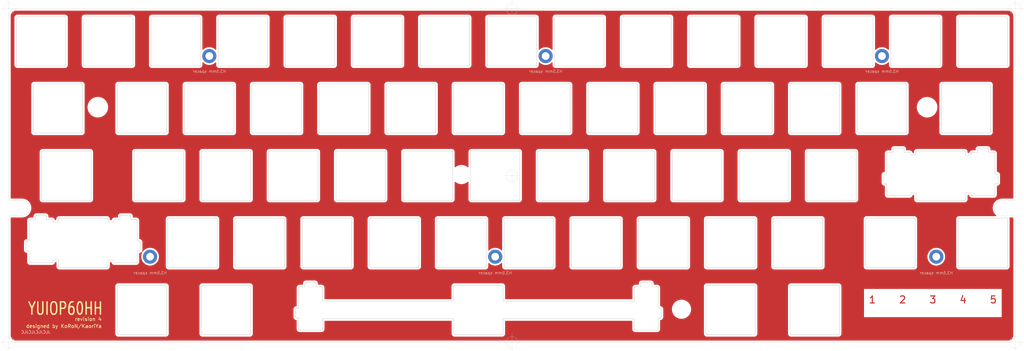
<source format=kicad_pcb>
(kicad_pcb (version 20171130) (host pcbnew "(5.1.9)-1")
  (title_block (title "YUIOP60HH/Top plate") (date 2021-04-22) (rev 4) (company KaoriYa))
  (layers (0 F.Cu signal) (31 B.Cu signal) (34 B.Paste user) (35 F.Paste user) (36 B.SilkS user) (37 F.SilkS user) (38 B.Mask user) (39 F.Mask user) (44 Edge.Cuts user))
  (net 0 "")
  (module yuiop:TopPlate_Switch_1u (layer F.Cu) (at 79.15 109.20984)
    (fp_text reference KSW1 hide)
    (fp_text value ESC hide)
    (fp_line (start -7 -6.7) (end -7 6.7) (layer Edge.Cuts) (width 0.12))
    (fp_line (start -6.7 7) (end 6.7 7) (layer Edge.Cuts) (width 0.12))
    (fp_line (start 7 6.7) (end 7 -6.7) (layer Edge.Cuts) (width 0.12))
    (fp_line (start 6.7 -7) (end -6.7 -7) (layer Edge.Cuts) (width 0.12))
    (fp_arc (start 6.7 6.7) (end 6.7 7) (angle -90) (layer Edge.Cuts) (width 0.12))
    (fp_arc (start -6.7 6.7) (end -7 6.7) (angle -90) (layer Edge.Cuts) (width 0.12))
    (fp_arc (start -6.7 -6.7) (end -6.7 -7) (angle -90) (layer Edge.Cuts) (width 0.12))
    (fp_arc (start 6.7 -6.7) (end 7 -6.7) (angle -90) (layer Edge.Cuts) (width 0.12))
  )
  (module yuiop:TopPlate_Switch_1u (layer F.Cu) (at 98.2 109.20984)
    (fp_text reference KSW2 hide)
    (fp_text value 1 hide)
    (fp_line (start -7 -6.7) (end -7 6.7) (layer Edge.Cuts) (width 0.12))
    (fp_line (start -6.7 7) (end 6.7 7) (layer Edge.Cuts) (width 0.12))
    (fp_line (start 7 6.7) (end 7 -6.7) (layer Edge.Cuts) (width 0.12))
    (fp_line (start 6.7 -7) (end -6.7 -7) (layer Edge.Cuts) (width 0.12))
    (fp_arc (start 6.7 6.7) (end 6.7 7) (angle -90) (layer Edge.Cuts) (width 0.12))
    (fp_arc (start -6.7 6.7) (end -7 6.7) (angle -90) (layer Edge.Cuts) (width 0.12))
    (fp_arc (start -6.7 -6.7) (end -6.7 -7) (angle -90) (layer Edge.Cuts) (width 0.12))
    (fp_arc (start 6.7 -6.7) (end 7 -6.7) (angle -90) (layer Edge.Cuts) (width 0.12))
  )
  (module yuiop:TopPlate_Switch_1u (layer F.Cu) (at 117.25 109.20984)
    (fp_text reference KSW3 hide)
    (fp_text value 2 hide)
    (fp_line (start -7 -6.7) (end -7 6.7) (layer Edge.Cuts) (width 0.12))
    (fp_line (start -6.7 7) (end 6.7 7) (layer Edge.Cuts) (width 0.12))
    (fp_line (start 7 6.7) (end 7 -6.7) (layer Edge.Cuts) (width 0.12))
    (fp_line (start 6.7 -7) (end -6.7 -7) (layer Edge.Cuts) (width 0.12))
    (fp_arc (start 6.7 6.7) (end 6.7 7) (angle -90) (layer Edge.Cuts) (width 0.12))
    (fp_arc (start -6.7 6.7) (end -7 6.7) (angle -90) (layer Edge.Cuts) (width 0.12))
    (fp_arc (start -6.7 -6.7) (end -6.7 -7) (angle -90) (layer Edge.Cuts) (width 0.12))
    (fp_arc (start 6.7 -6.7) (end 7 -6.7) (angle -90) (layer Edge.Cuts) (width 0.12))
  )
  (module yuiop:TopPlate_Switch_1u (layer F.Cu) (at 136.3 109.20984)
    (fp_text reference KSW4 hide)
    (fp_text value 3 hide)
    (fp_line (start -7 -6.7) (end -7 6.7) (layer Edge.Cuts) (width 0.12))
    (fp_line (start -6.7 7) (end 6.7 7) (layer Edge.Cuts) (width 0.12))
    (fp_line (start 7 6.7) (end 7 -6.7) (layer Edge.Cuts) (width 0.12))
    (fp_line (start 6.7 -7) (end -6.7 -7) (layer Edge.Cuts) (width 0.12))
    (fp_arc (start 6.7 6.7) (end 6.7 7) (angle -90) (layer Edge.Cuts) (width 0.12))
    (fp_arc (start -6.7 6.7) (end -7 6.7) (angle -90) (layer Edge.Cuts) (width 0.12))
    (fp_arc (start -6.7 -6.7) (end -6.7 -7) (angle -90) (layer Edge.Cuts) (width 0.12))
    (fp_arc (start 6.7 -6.7) (end 7 -6.7) (angle -90) (layer Edge.Cuts) (width 0.12))
  )
  (module yuiop:TopPlate_Switch_1u (layer F.Cu) (at 155.35 109.20984)
    (fp_text reference KSW5 hide)
    (fp_text value 4 hide)
    (fp_line (start -7 -6.7) (end -7 6.7) (layer Edge.Cuts) (width 0.12))
    (fp_line (start -6.7 7) (end 6.7 7) (layer Edge.Cuts) (width 0.12))
    (fp_line (start 7 6.7) (end 7 -6.7) (layer Edge.Cuts) (width 0.12))
    (fp_line (start 6.7 -7) (end -6.7 -7) (layer Edge.Cuts) (width 0.12))
    (fp_arc (start 6.7 6.7) (end 6.7 7) (angle -90) (layer Edge.Cuts) (width 0.12))
    (fp_arc (start -6.7 6.7) (end -7 6.7) (angle -90) (layer Edge.Cuts) (width 0.12))
    (fp_arc (start -6.7 -6.7) (end -6.7 -7) (angle -90) (layer Edge.Cuts) (width 0.12))
    (fp_arc (start 6.7 -6.7) (end 7 -6.7) (angle -90) (layer Edge.Cuts) (width 0.12))
  )
  (module yuiop:TopPlate_Switch_1u (layer F.Cu) (at 174.4 109.20984)
    (fp_text reference KSW6 hide)
    (fp_text value 5 hide)
    (fp_line (start -7 -6.7) (end -7 6.7) (layer Edge.Cuts) (width 0.12))
    (fp_line (start -6.7 7) (end 6.7 7) (layer Edge.Cuts) (width 0.12))
    (fp_line (start 7 6.7) (end 7 -6.7) (layer Edge.Cuts) (width 0.12))
    (fp_line (start 6.7 -7) (end -6.7 -7) (layer Edge.Cuts) (width 0.12))
    (fp_arc (start 6.7 6.7) (end 6.7 7) (angle -90) (layer Edge.Cuts) (width 0.12))
    (fp_arc (start -6.7 6.7) (end -7 6.7) (angle -90) (layer Edge.Cuts) (width 0.12))
    (fp_arc (start -6.7 -6.7) (end -6.7 -7) (angle -90) (layer Edge.Cuts) (width 0.12))
    (fp_arc (start 6.7 -6.7) (end 7 -6.7) (angle -90) (layer Edge.Cuts) (width 0.12))
  )
  (module yuiop:TopPlate_Switch_1u (layer F.Cu) (at 193.45 109.20984)
    (fp_text reference KSW7 hide)
    (fp_text value 6 hide)
    (fp_line (start -7 -6.7) (end -7 6.7) (layer Edge.Cuts) (width 0.12))
    (fp_line (start -6.7 7) (end 6.7 7) (layer Edge.Cuts) (width 0.12))
    (fp_line (start 7 6.7) (end 7 -6.7) (layer Edge.Cuts) (width 0.12))
    (fp_line (start 6.7 -7) (end -6.7 -7) (layer Edge.Cuts) (width 0.12))
    (fp_arc (start 6.7 6.7) (end 6.7 7) (angle -90) (layer Edge.Cuts) (width 0.12))
    (fp_arc (start -6.7 6.7) (end -7 6.7) (angle -90) (layer Edge.Cuts) (width 0.12))
    (fp_arc (start -6.7 -6.7) (end -6.7 -7) (angle -90) (layer Edge.Cuts) (width 0.12))
    (fp_arc (start 6.7 -6.7) (end 7 -6.7) (angle -90) (layer Edge.Cuts) (width 0.12))
  )
  (module yuiop:TopPlate_Switch_1u (layer F.Cu) (at 212.5 109.20984)
    (fp_text reference KSW8 hide)
    (fp_text value 7 hide)
    (fp_line (start -7 -6.7) (end -7 6.7) (layer Edge.Cuts) (width 0.12))
    (fp_line (start -6.7 7) (end 6.7 7) (layer Edge.Cuts) (width 0.12))
    (fp_line (start 7 6.7) (end 7 -6.7) (layer Edge.Cuts) (width 0.12))
    (fp_line (start 6.7 -7) (end -6.7 -7) (layer Edge.Cuts) (width 0.12))
    (fp_arc (start 6.7 6.7) (end 6.7 7) (angle -90) (layer Edge.Cuts) (width 0.12))
    (fp_arc (start -6.7 6.7) (end -7 6.7) (angle -90) (layer Edge.Cuts) (width 0.12))
    (fp_arc (start -6.7 -6.7) (end -6.7 -7) (angle -90) (layer Edge.Cuts) (width 0.12))
    (fp_arc (start 6.7 -6.7) (end 7 -6.7) (angle -90) (layer Edge.Cuts) (width 0.12))
  )
  (module yuiop:TopPlate_Switch_1u (layer F.Cu) (at 231.55 109.20984)
    (fp_text reference KSW9 hide)
    (fp_text value 8 hide)
    (fp_line (start -7 -6.7) (end -7 6.7) (layer Edge.Cuts) (width 0.12))
    (fp_line (start -6.7 7) (end 6.7 7) (layer Edge.Cuts) (width 0.12))
    (fp_line (start 7 6.7) (end 7 -6.7) (layer Edge.Cuts) (width 0.12))
    (fp_line (start 6.7 -7) (end -6.7 -7) (layer Edge.Cuts) (width 0.12))
    (fp_arc (start 6.7 6.7) (end 6.7 7) (angle -90) (layer Edge.Cuts) (width 0.12))
    (fp_arc (start -6.7 6.7) (end -7 6.7) (angle -90) (layer Edge.Cuts) (width 0.12))
    (fp_arc (start -6.7 -6.7) (end -6.7 -7) (angle -90) (layer Edge.Cuts) (width 0.12))
    (fp_arc (start 6.7 -6.7) (end 7 -6.7) (angle -90) (layer Edge.Cuts) (width 0.12))
  )
  (module yuiop:TopPlate_Switch_1u (layer F.Cu) (at 250.6 109.20984)
    (fp_text reference KSW10 hide)
    (fp_text value 9 hide)
    (fp_line (start -7 -6.7) (end -7 6.7) (layer Edge.Cuts) (width 0.12))
    (fp_line (start -6.7 7) (end 6.7 7) (layer Edge.Cuts) (width 0.12))
    (fp_line (start 7 6.7) (end 7 -6.7) (layer Edge.Cuts) (width 0.12))
    (fp_line (start 6.7 -7) (end -6.7 -7) (layer Edge.Cuts) (width 0.12))
    (fp_arc (start 6.7 6.7) (end 6.7 7) (angle -90) (layer Edge.Cuts) (width 0.12))
    (fp_arc (start -6.7 6.7) (end -7 6.7) (angle -90) (layer Edge.Cuts) (width 0.12))
    (fp_arc (start -6.7 -6.7) (end -6.7 -7) (angle -90) (layer Edge.Cuts) (width 0.12))
    (fp_arc (start 6.7 -6.7) (end 7 -6.7) (angle -90) (layer Edge.Cuts) (width 0.12))
  )
  (module yuiop:TopPlate_Switch_1u (layer F.Cu) (at 269.65 109.20984)
    (fp_text reference KSW11 hide)
    (fp_text value 0 hide)
    (fp_line (start -7 -6.7) (end -7 6.7) (layer Edge.Cuts) (width 0.12))
    (fp_line (start -6.7 7) (end 6.7 7) (layer Edge.Cuts) (width 0.12))
    (fp_line (start 7 6.7) (end 7 -6.7) (layer Edge.Cuts) (width 0.12))
    (fp_line (start 6.7 -7) (end -6.7 -7) (layer Edge.Cuts) (width 0.12))
    (fp_arc (start 6.7 6.7) (end 6.7 7) (angle -90) (layer Edge.Cuts) (width 0.12))
    (fp_arc (start -6.7 6.7) (end -7 6.7) (angle -90) (layer Edge.Cuts) (width 0.12))
    (fp_arc (start -6.7 -6.7) (end -6.7 -7) (angle -90) (layer Edge.Cuts) (width 0.12))
    (fp_arc (start 6.7 -6.7) (end 7 -6.7) (angle -90) (layer Edge.Cuts) (width 0.12))
  )
  (module yuiop:TopPlate_Switch_1u (layer F.Cu) (at 288.7 109.20984)
    (fp_text reference KSW12 hide)
    (fp_text value "- _" hide)
    (fp_line (start -7 -6.7) (end -7 6.7) (layer Edge.Cuts) (width 0.12))
    (fp_line (start -6.7 7) (end 6.7 7) (layer Edge.Cuts) (width 0.12))
    (fp_line (start 7 6.7) (end 7 -6.7) (layer Edge.Cuts) (width 0.12))
    (fp_line (start 6.7 -7) (end -6.7 -7) (layer Edge.Cuts) (width 0.12))
    (fp_arc (start 6.7 6.7) (end 6.7 7) (angle -90) (layer Edge.Cuts) (width 0.12))
    (fp_arc (start -6.7 6.7) (end -7 6.7) (angle -90) (layer Edge.Cuts) (width 0.12))
    (fp_arc (start -6.7 -6.7) (end -6.7 -7) (angle -90) (layer Edge.Cuts) (width 0.12))
    (fp_arc (start 6.7 -6.7) (end 7 -6.7) (angle -90) (layer Edge.Cuts) (width 0.12))
  )
  (module yuiop:TopPlate_Switch_1u (layer F.Cu) (at 307.75 109.20984)
    (fp_text reference KSW13 hide)
    (fp_text value "= +" hide)
    (fp_line (start -7 -6.7) (end -7 6.7) (layer Edge.Cuts) (width 0.12))
    (fp_line (start -6.7 7) (end 6.7 7) (layer Edge.Cuts) (width 0.12))
    (fp_line (start 7 6.7) (end 7 -6.7) (layer Edge.Cuts) (width 0.12))
    (fp_line (start 6.7 -7) (end -6.7 -7) (layer Edge.Cuts) (width 0.12))
    (fp_arc (start 6.7 6.7) (end 6.7 7) (angle -90) (layer Edge.Cuts) (width 0.12))
    (fp_arc (start -6.7 6.7) (end -7 6.7) (angle -90) (layer Edge.Cuts) (width 0.12))
    (fp_arc (start -6.7 -6.7) (end -6.7 -7) (angle -90) (layer Edge.Cuts) (width 0.12))
    (fp_arc (start 6.7 -6.7) (end 7 -6.7) (angle -90) (layer Edge.Cuts) (width 0.12))
  )
  (module yuiop:TopPlate_Switch_1u (layer F.Cu) (at 345.85 109.20984)
    (fp_text reference KSW15 hide)
    (fp_text value "` ~~" hide)
    (fp_line (start -7 -6.7) (end -7 6.7) (layer Edge.Cuts) (width 0.12))
    (fp_line (start -6.7 7) (end 6.7 7) (layer Edge.Cuts) (width 0.12))
    (fp_line (start 7 6.7) (end 7 -6.7) (layer Edge.Cuts) (width 0.12))
    (fp_line (start 6.7 -7) (end -6.7 -7) (layer Edge.Cuts) (width 0.12))
    (fp_arc (start 6.7 6.7) (end 6.7 7) (angle -90) (layer Edge.Cuts) (width 0.12))
    (fp_arc (start -6.7 6.7) (end -7 6.7) (angle -90) (layer Edge.Cuts) (width 0.12))
    (fp_arc (start -6.7 -6.7) (end -6.7 -7) (angle -90) (layer Edge.Cuts) (width 0.12))
    (fp_arc (start 6.7 -6.7) (end 7 -6.7) (angle -90) (layer Edge.Cuts) (width 0.12))
  )
  (module yuiop:TopPlate_Switch_1u (layer F.Cu) (at 83.9125 128.25984)
    (fp_text reference KSW16 hide)
    (fp_text value Tab hide)
    (fp_line (start -7 -6.7) (end -7 6.7) (layer Edge.Cuts) (width 0.12))
    (fp_line (start -6.7 7) (end 6.7 7) (layer Edge.Cuts) (width 0.12))
    (fp_line (start 7 6.7) (end 7 -6.7) (layer Edge.Cuts) (width 0.12))
    (fp_line (start 6.7 -7) (end -6.7 -7) (layer Edge.Cuts) (width 0.12))
    (fp_arc (start 6.7 6.7) (end 6.7 7) (angle -90) (layer Edge.Cuts) (width 0.12))
    (fp_arc (start -6.7 6.7) (end -7 6.7) (angle -90) (layer Edge.Cuts) (width 0.12))
    (fp_arc (start -6.7 -6.7) (end -6.7 -7) (angle -90) (layer Edge.Cuts) (width 0.12))
    (fp_arc (start 6.7 -6.7) (end 7 -6.7) (angle -90) (layer Edge.Cuts) (width 0.12))
  )
  (module yuiop:TopPlate_Switch_1u (layer F.Cu) (at 107.725 128.25984)
    (fp_text reference KSW17 hide)
    (fp_text value Q hide)
    (fp_line (start -7 -6.7) (end -7 6.7) (layer Edge.Cuts) (width 0.12))
    (fp_line (start -6.7 7) (end 6.7 7) (layer Edge.Cuts) (width 0.12))
    (fp_line (start 7 6.7) (end 7 -6.7) (layer Edge.Cuts) (width 0.12))
    (fp_line (start 6.7 -7) (end -6.7 -7) (layer Edge.Cuts) (width 0.12))
    (fp_arc (start 6.7 6.7) (end 6.7 7) (angle -90) (layer Edge.Cuts) (width 0.12))
    (fp_arc (start -6.7 6.7) (end -7 6.7) (angle -90) (layer Edge.Cuts) (width 0.12))
    (fp_arc (start -6.7 -6.7) (end -6.7 -7) (angle -90) (layer Edge.Cuts) (width 0.12))
    (fp_arc (start 6.7 -6.7) (end 7 -6.7) (angle -90) (layer Edge.Cuts) (width 0.12))
  )
  (module yuiop:TopPlate_Switch_1u (layer F.Cu) (at 126.775 128.25984)
    (fp_text reference KSW18 hide)
    (fp_text value W hide)
    (fp_line (start -7 -6.7) (end -7 6.7) (layer Edge.Cuts) (width 0.12))
    (fp_line (start -6.7 7) (end 6.7 7) (layer Edge.Cuts) (width 0.12))
    (fp_line (start 7 6.7) (end 7 -6.7) (layer Edge.Cuts) (width 0.12))
    (fp_line (start 6.7 -7) (end -6.7 -7) (layer Edge.Cuts) (width 0.12))
    (fp_arc (start 6.7 6.7) (end 6.7 7) (angle -90) (layer Edge.Cuts) (width 0.12))
    (fp_arc (start -6.7 6.7) (end -7 6.7) (angle -90) (layer Edge.Cuts) (width 0.12))
    (fp_arc (start -6.7 -6.7) (end -6.7 -7) (angle -90) (layer Edge.Cuts) (width 0.12))
    (fp_arc (start 6.7 -6.7) (end 7 -6.7) (angle -90) (layer Edge.Cuts) (width 0.12))
  )
  (module yuiop:TopPlate_Switch_1u (layer F.Cu) (at 145.825 128.25984)
    (fp_text reference KSW19 hide)
    (fp_text value E hide)
    (fp_line (start -7 -6.7) (end -7 6.7) (layer Edge.Cuts) (width 0.12))
    (fp_line (start -6.7 7) (end 6.7 7) (layer Edge.Cuts) (width 0.12))
    (fp_line (start 7 6.7) (end 7 -6.7) (layer Edge.Cuts) (width 0.12))
    (fp_line (start 6.7 -7) (end -6.7 -7) (layer Edge.Cuts) (width 0.12))
    (fp_arc (start 6.7 6.7) (end 6.7 7) (angle -90) (layer Edge.Cuts) (width 0.12))
    (fp_arc (start -6.7 6.7) (end -7 6.7) (angle -90) (layer Edge.Cuts) (width 0.12))
    (fp_arc (start -6.7 -6.7) (end -6.7 -7) (angle -90) (layer Edge.Cuts) (width 0.12))
    (fp_arc (start 6.7 -6.7) (end 7 -6.7) (angle -90) (layer Edge.Cuts) (width 0.12))
  )
  (module yuiop:TopPlate_Switch_1u (layer F.Cu) (at 164.875 128.25984)
    (fp_text reference KSW20 hide)
    (fp_text value R hide)
    (fp_line (start -7 -6.7) (end -7 6.7) (layer Edge.Cuts) (width 0.12))
    (fp_line (start -6.7 7) (end 6.7 7) (layer Edge.Cuts) (width 0.12))
    (fp_line (start 7 6.7) (end 7 -6.7) (layer Edge.Cuts) (width 0.12))
    (fp_line (start 6.7 -7) (end -6.7 -7) (layer Edge.Cuts) (width 0.12))
    (fp_arc (start 6.7 6.7) (end 6.7 7) (angle -90) (layer Edge.Cuts) (width 0.12))
    (fp_arc (start -6.7 6.7) (end -7 6.7) (angle -90) (layer Edge.Cuts) (width 0.12))
    (fp_arc (start -6.7 -6.7) (end -6.7 -7) (angle -90) (layer Edge.Cuts) (width 0.12))
    (fp_arc (start 6.7 -6.7) (end 7 -6.7) (angle -90) (layer Edge.Cuts) (width 0.12))
  )
  (module yuiop:TopPlate_Switch_1u (layer F.Cu) (at 183.925 128.25984)
    (fp_text reference KSW21 hide)
    (fp_text value T hide)
    (fp_line (start -7 -6.7) (end -7 6.7) (layer Edge.Cuts) (width 0.12))
    (fp_line (start -6.7 7) (end 6.7 7) (layer Edge.Cuts) (width 0.12))
    (fp_line (start 7 6.7) (end 7 -6.7) (layer Edge.Cuts) (width 0.12))
    (fp_line (start 6.7 -7) (end -6.7 -7) (layer Edge.Cuts) (width 0.12))
    (fp_arc (start 6.7 6.7) (end 6.7 7) (angle -90) (layer Edge.Cuts) (width 0.12))
    (fp_arc (start -6.7 6.7) (end -7 6.7) (angle -90) (layer Edge.Cuts) (width 0.12))
    (fp_arc (start -6.7 -6.7) (end -6.7 -7) (angle -90) (layer Edge.Cuts) (width 0.12))
    (fp_arc (start 6.7 -6.7) (end 7 -6.7) (angle -90) (layer Edge.Cuts) (width 0.12))
  )
  (module yuiop:TopPlate_Switch_1u (layer F.Cu) (at 202.975 128.25984)
    (fp_text reference KSW22 hide)
    (fp_text value Y hide)
    (fp_line (start -7 -6.7) (end -7 6.7) (layer Edge.Cuts) (width 0.12))
    (fp_line (start -6.7 7) (end 6.7 7) (layer Edge.Cuts) (width 0.12))
    (fp_line (start 7 6.7) (end 7 -6.7) (layer Edge.Cuts) (width 0.12))
    (fp_line (start 6.7 -7) (end -6.7 -7) (layer Edge.Cuts) (width 0.12))
    (fp_arc (start 6.7 6.7) (end 6.7 7) (angle -90) (layer Edge.Cuts) (width 0.12))
    (fp_arc (start -6.7 6.7) (end -7 6.7) (angle -90) (layer Edge.Cuts) (width 0.12))
    (fp_arc (start -6.7 -6.7) (end -6.7 -7) (angle -90) (layer Edge.Cuts) (width 0.12))
    (fp_arc (start 6.7 -6.7) (end 7 -6.7) (angle -90) (layer Edge.Cuts) (width 0.12))
  )
  (module yuiop:TopPlate_Switch_1u (layer F.Cu) (at 222.025 128.25984)
    (fp_text reference KSW23 hide)
    (fp_text value U hide)
    (fp_line (start -7 -6.7) (end -7 6.7) (layer Edge.Cuts) (width 0.12))
    (fp_line (start -6.7 7) (end 6.7 7) (layer Edge.Cuts) (width 0.12))
    (fp_line (start 7 6.7) (end 7 -6.7) (layer Edge.Cuts) (width 0.12))
    (fp_line (start 6.7 -7) (end -6.7 -7) (layer Edge.Cuts) (width 0.12))
    (fp_arc (start 6.7 6.7) (end 6.7 7) (angle -90) (layer Edge.Cuts) (width 0.12))
    (fp_arc (start -6.7 6.7) (end -7 6.7) (angle -90) (layer Edge.Cuts) (width 0.12))
    (fp_arc (start -6.7 -6.7) (end -6.7 -7) (angle -90) (layer Edge.Cuts) (width 0.12))
    (fp_arc (start 6.7 -6.7) (end 7 -6.7) (angle -90) (layer Edge.Cuts) (width 0.12))
  )
  (module yuiop:TopPlate_Switch_1u (layer F.Cu) (at 241.075 128.25984)
    (fp_text reference KSW24 hide)
    (fp_text value I hide)
    (fp_line (start -7 -6.7) (end -7 6.7) (layer Edge.Cuts) (width 0.12))
    (fp_line (start -6.7 7) (end 6.7 7) (layer Edge.Cuts) (width 0.12))
    (fp_line (start 7 6.7) (end 7 -6.7) (layer Edge.Cuts) (width 0.12))
    (fp_line (start 6.7 -7) (end -6.7 -7) (layer Edge.Cuts) (width 0.12))
    (fp_arc (start 6.7 6.7) (end 6.7 7) (angle -90) (layer Edge.Cuts) (width 0.12))
    (fp_arc (start -6.7 6.7) (end -7 6.7) (angle -90) (layer Edge.Cuts) (width 0.12))
    (fp_arc (start -6.7 -6.7) (end -6.7 -7) (angle -90) (layer Edge.Cuts) (width 0.12))
    (fp_arc (start 6.7 -6.7) (end 7 -6.7) (angle -90) (layer Edge.Cuts) (width 0.12))
  )
  (module yuiop:TopPlate_Switch_1u (layer F.Cu) (at 260.125 128.25984)
    (fp_text reference KSW25 hide)
    (fp_text value O hide)
    (fp_line (start -7 -6.7) (end -7 6.7) (layer Edge.Cuts) (width 0.12))
    (fp_line (start -6.7 7) (end 6.7 7) (layer Edge.Cuts) (width 0.12))
    (fp_line (start 7 6.7) (end 7 -6.7) (layer Edge.Cuts) (width 0.12))
    (fp_line (start 6.7 -7) (end -6.7 -7) (layer Edge.Cuts) (width 0.12))
    (fp_arc (start 6.7 6.7) (end 6.7 7) (angle -90) (layer Edge.Cuts) (width 0.12))
    (fp_arc (start -6.7 6.7) (end -7 6.7) (angle -90) (layer Edge.Cuts) (width 0.12))
    (fp_arc (start -6.7 -6.7) (end -6.7 -7) (angle -90) (layer Edge.Cuts) (width 0.12))
    (fp_arc (start 6.7 -6.7) (end 7 -6.7) (angle -90) (layer Edge.Cuts) (width 0.12))
  )
  (module yuiop:TopPlate_Switch_1u (layer F.Cu) (at 279.175 128.25984)
    (fp_text reference KSW26 hide)
    (fp_text value P hide)
    (fp_line (start -7 -6.7) (end -7 6.7) (layer Edge.Cuts) (width 0.12))
    (fp_line (start -6.7 7) (end 6.7 7) (layer Edge.Cuts) (width 0.12))
    (fp_line (start 7 6.7) (end 7 -6.7) (layer Edge.Cuts) (width 0.12))
    (fp_line (start 6.7 -7) (end -6.7 -7) (layer Edge.Cuts) (width 0.12))
    (fp_arc (start 6.7 6.7) (end 6.7 7) (angle -90) (layer Edge.Cuts) (width 0.12))
    (fp_arc (start -6.7 6.7) (end -7 6.7) (angle -90) (layer Edge.Cuts) (width 0.12))
    (fp_arc (start -6.7 -6.7) (end -6.7 -7) (angle -90) (layer Edge.Cuts) (width 0.12))
    (fp_arc (start 6.7 -6.7) (end 7 -6.7) (angle -90) (layer Edge.Cuts) (width 0.12))
  )
  (module yuiop:TopPlate_Switch_1u (layer F.Cu) (at 298.225 128.25984)
    (fp_text reference KSW27 hide)
    (fp_text value "[ {" hide)
    (fp_line (start -7 -6.7) (end -7 6.7) (layer Edge.Cuts) (width 0.12))
    (fp_line (start -6.7 7) (end 6.7 7) (layer Edge.Cuts) (width 0.12))
    (fp_line (start 7 6.7) (end 7 -6.7) (layer Edge.Cuts) (width 0.12))
    (fp_line (start 6.7 -7) (end -6.7 -7) (layer Edge.Cuts) (width 0.12))
    (fp_arc (start 6.7 6.7) (end 6.7 7) (angle -90) (layer Edge.Cuts) (width 0.12))
    (fp_arc (start -6.7 6.7) (end -7 6.7) (angle -90) (layer Edge.Cuts) (width 0.12))
    (fp_arc (start -6.7 -6.7) (end -6.7 -7) (angle -90) (layer Edge.Cuts) (width 0.12))
    (fp_arc (start 6.7 -6.7) (end 7 -6.7) (angle -90) (layer Edge.Cuts) (width 0.12))
  )
  (module yuiop:TopPlate_Switch_1u (layer F.Cu) (at 317.275 128.25984)
    (fp_text reference KSW28 hide)
    (fp_text value "] }" hide)
    (fp_line (start -7 -6.7) (end -7 6.7) (layer Edge.Cuts) (width 0.12))
    (fp_line (start -6.7 7) (end 6.7 7) (layer Edge.Cuts) (width 0.12))
    (fp_line (start 7 6.7) (end 7 -6.7) (layer Edge.Cuts) (width 0.12))
    (fp_line (start 6.7 -7) (end -6.7 -7) (layer Edge.Cuts) (width 0.12))
    (fp_arc (start 6.7 6.7) (end 6.7 7) (angle -90) (layer Edge.Cuts) (width 0.12))
    (fp_arc (start -6.7 6.7) (end -7 6.7) (angle -90) (layer Edge.Cuts) (width 0.12))
    (fp_arc (start -6.7 -6.7) (end -6.7 -7) (angle -90) (layer Edge.Cuts) (width 0.12))
    (fp_arc (start 6.7 -6.7) (end 7 -6.7) (angle -90) (layer Edge.Cuts) (width 0.12))
  )
  (module yuiop:TopPlate_Switch_1u (layer F.Cu) (at 341.087 128.25984)
    (fp_text reference KSW29 hide)
    (fp_text value Delete hide)
    (fp_line (start -7 -6.7) (end -7 6.7) (layer Edge.Cuts) (width 0.12))
    (fp_line (start -6.7 7) (end 6.7 7) (layer Edge.Cuts) (width 0.12))
    (fp_line (start 7 6.7) (end 7 -6.7) (layer Edge.Cuts) (width 0.12))
    (fp_line (start 6.7 -7) (end -6.7 -7) (layer Edge.Cuts) (width 0.12))
    (fp_arc (start 6.7 6.7) (end 6.7 7) (angle -90) (layer Edge.Cuts) (width 0.12))
    (fp_arc (start -6.7 6.7) (end -7 6.7) (angle -90) (layer Edge.Cuts) (width 0.12))
    (fp_arc (start -6.7 -6.7) (end -6.7 -7) (angle -90) (layer Edge.Cuts) (width 0.12))
    (fp_arc (start 6.7 -6.7) (end 7 -6.7) (angle -90) (layer Edge.Cuts) (width 0.12))
  )
  (module yuiop:TopPlate_Switch_1u (layer F.Cu) (at 86.2938 147.30984)
    (fp_text reference KSW30 hide)
    (fp_text value Ctrl hide)
    (fp_line (start -7 -6.7) (end -7 6.7) (layer Edge.Cuts) (width 0.12))
    (fp_line (start -6.7 7) (end 6.7 7) (layer Edge.Cuts) (width 0.12))
    (fp_line (start 7 6.7) (end 7 -6.7) (layer Edge.Cuts) (width 0.12))
    (fp_line (start 6.7 -7) (end -6.7 -7) (layer Edge.Cuts) (width 0.12))
    (fp_arc (start 6.7 6.7) (end 6.7 7) (angle -90) (layer Edge.Cuts) (width 0.12))
    (fp_arc (start -6.7 6.7) (end -7 6.7) (angle -90) (layer Edge.Cuts) (width 0.12))
    (fp_arc (start -6.7 -6.7) (end -6.7 -7) (angle -90) (layer Edge.Cuts) (width 0.12))
    (fp_arc (start 6.7 -6.7) (end 7 -6.7) (angle -90) (layer Edge.Cuts) (width 0.12))
  )
  (module yuiop:TopPlate_Switch_1u (layer F.Cu) (at 112.487 147.30984)
    (fp_text reference KSW31 hide)
    (fp_text value A hide)
    (fp_line (start -7 -6.7) (end -7 6.7) (layer Edge.Cuts) (width 0.12))
    (fp_line (start -6.7 7) (end 6.7 7) (layer Edge.Cuts) (width 0.12))
    (fp_line (start 7 6.7) (end 7 -6.7) (layer Edge.Cuts) (width 0.12))
    (fp_line (start 6.7 -7) (end -6.7 -7) (layer Edge.Cuts) (width 0.12))
    (fp_arc (start 6.7 6.7) (end 6.7 7) (angle -90) (layer Edge.Cuts) (width 0.12))
    (fp_arc (start -6.7 6.7) (end -7 6.7) (angle -90) (layer Edge.Cuts) (width 0.12))
    (fp_arc (start -6.7 -6.7) (end -6.7 -7) (angle -90) (layer Edge.Cuts) (width 0.12))
    (fp_arc (start 6.7 -6.7) (end 7 -6.7) (angle -90) (layer Edge.Cuts) (width 0.12))
  )
  (module yuiop:TopPlate_Switch_1u (layer F.Cu) (at 131.537 147.30984)
    (fp_text reference KSW32 hide)
    (fp_text value S hide)
    (fp_line (start -7 -6.7) (end -7 6.7) (layer Edge.Cuts) (width 0.12))
    (fp_line (start -6.7 7) (end 6.7 7) (layer Edge.Cuts) (width 0.12))
    (fp_line (start 7 6.7) (end 7 -6.7) (layer Edge.Cuts) (width 0.12))
    (fp_line (start 6.7 -7) (end -6.7 -7) (layer Edge.Cuts) (width 0.12))
    (fp_arc (start 6.7 6.7) (end 6.7 7) (angle -90) (layer Edge.Cuts) (width 0.12))
    (fp_arc (start -6.7 6.7) (end -7 6.7) (angle -90) (layer Edge.Cuts) (width 0.12))
    (fp_arc (start -6.7 -6.7) (end -6.7 -7) (angle -90) (layer Edge.Cuts) (width 0.12))
    (fp_arc (start 6.7 -6.7) (end 7 -6.7) (angle -90) (layer Edge.Cuts) (width 0.12))
  )
  (module yuiop:TopPlate_Switch_1u (layer F.Cu) (at 150.587 147.30984)
    (fp_text reference KSW33 hide)
    (fp_text value D hide)
    (fp_line (start -7 -6.7) (end -7 6.7) (layer Edge.Cuts) (width 0.12))
    (fp_line (start -6.7 7) (end 6.7 7) (layer Edge.Cuts) (width 0.12))
    (fp_line (start 7 6.7) (end 7 -6.7) (layer Edge.Cuts) (width 0.12))
    (fp_line (start 6.7 -7) (end -6.7 -7) (layer Edge.Cuts) (width 0.12))
    (fp_arc (start 6.7 6.7) (end 6.7 7) (angle -90) (layer Edge.Cuts) (width 0.12))
    (fp_arc (start -6.7 6.7) (end -7 6.7) (angle -90) (layer Edge.Cuts) (width 0.12))
    (fp_arc (start -6.7 -6.7) (end -6.7 -7) (angle -90) (layer Edge.Cuts) (width 0.12))
    (fp_arc (start 6.7 -6.7) (end 7 -6.7) (angle -90) (layer Edge.Cuts) (width 0.12))
  )
  (module yuiop:TopPlate_Switch_1u (layer F.Cu) (at 169.637 147.30984)
    (fp_text reference KSW34 hide)
    (fp_text value F hide)
    (fp_line (start -7 -6.7) (end -7 6.7) (layer Edge.Cuts) (width 0.12))
    (fp_line (start -6.7 7) (end 6.7 7) (layer Edge.Cuts) (width 0.12))
    (fp_line (start 7 6.7) (end 7 -6.7) (layer Edge.Cuts) (width 0.12))
    (fp_line (start 6.7 -7) (end -6.7 -7) (layer Edge.Cuts) (width 0.12))
    (fp_arc (start 6.7 6.7) (end 6.7 7) (angle -90) (layer Edge.Cuts) (width 0.12))
    (fp_arc (start -6.7 6.7) (end -7 6.7) (angle -90) (layer Edge.Cuts) (width 0.12))
    (fp_arc (start -6.7 -6.7) (end -6.7 -7) (angle -90) (layer Edge.Cuts) (width 0.12))
    (fp_arc (start 6.7 -6.7) (end 7 -6.7) (angle -90) (layer Edge.Cuts) (width 0.12))
  )
  (module yuiop:TopPlate_Switch_1u (layer F.Cu) (at 188.687 147.30984 180)
    (fp_text reference KSW35 hide)
    (fp_text value G hide)
    (fp_line (start -7 -6.7) (end -7 6.7) (layer Edge.Cuts) (width 0.12))
    (fp_line (start -6.7 7) (end 6.7 7) (layer Edge.Cuts) (width 0.12))
    (fp_line (start 7 6.7) (end 7 -6.7) (layer Edge.Cuts) (width 0.12))
    (fp_line (start 6.7 -7) (end -6.7 -7) (layer Edge.Cuts) (width 0.12))
    (fp_arc (start 6.7 6.7) (end 6.7 7) (angle -90) (layer Edge.Cuts) (width 0.12))
    (fp_arc (start -6.7 6.7) (end -7 6.7) (angle -90) (layer Edge.Cuts) (width 0.12))
    (fp_arc (start -6.7 -6.7) (end -6.7 -7) (angle -90) (layer Edge.Cuts) (width 0.12))
    (fp_arc (start 6.7 -6.7) (end 7 -6.7) (angle -90) (layer Edge.Cuts) (width 0.12))
  )
  (module yuiop:TopPlate_Switch_1u (layer F.Cu) (at 207.737 147.30984)
    (fp_text reference KSW36 hide)
    (fp_text value H hide)
    (fp_line (start -7 -6.7) (end -7 6.7) (layer Edge.Cuts) (width 0.12))
    (fp_line (start -6.7 7) (end 6.7 7) (layer Edge.Cuts) (width 0.12))
    (fp_line (start 7 6.7) (end 7 -6.7) (layer Edge.Cuts) (width 0.12))
    (fp_line (start 6.7 -7) (end -6.7 -7) (layer Edge.Cuts) (width 0.12))
    (fp_arc (start 6.7 6.7) (end 6.7 7) (angle -90) (layer Edge.Cuts) (width 0.12))
    (fp_arc (start -6.7 6.7) (end -7 6.7) (angle -90) (layer Edge.Cuts) (width 0.12))
    (fp_arc (start -6.7 -6.7) (end -6.7 -7) (angle -90) (layer Edge.Cuts) (width 0.12))
    (fp_arc (start 6.7 -6.7) (end 7 -6.7) (angle -90) (layer Edge.Cuts) (width 0.12))
  )
  (module yuiop:TopPlate_Switch_1u (layer F.Cu) (at 226.787 147.30984)
    (fp_text reference KSW37 hide)
    (fp_text value J hide)
    (fp_line (start -7 -6.7) (end -7 6.7) (layer Edge.Cuts) (width 0.12))
    (fp_line (start -6.7 7) (end 6.7 7) (layer Edge.Cuts) (width 0.12))
    (fp_line (start 7 6.7) (end 7 -6.7) (layer Edge.Cuts) (width 0.12))
    (fp_line (start 6.7 -7) (end -6.7 -7) (layer Edge.Cuts) (width 0.12))
    (fp_arc (start 6.7 6.7) (end 6.7 7) (angle -90) (layer Edge.Cuts) (width 0.12))
    (fp_arc (start -6.7 6.7) (end -7 6.7) (angle -90) (layer Edge.Cuts) (width 0.12))
    (fp_arc (start -6.7 -6.7) (end -6.7 -7) (angle -90) (layer Edge.Cuts) (width 0.12))
    (fp_arc (start 6.7 -6.7) (end 7 -6.7) (angle -90) (layer Edge.Cuts) (width 0.12))
  )
  (module yuiop:TopPlate_Switch_1u (layer F.Cu) (at 245.837 147.30984)
    (fp_text reference KSW38 hide)
    (fp_text value K hide)
    (fp_line (start -7 -6.7) (end -7 6.7) (layer Edge.Cuts) (width 0.12))
    (fp_line (start -6.7 7) (end 6.7 7) (layer Edge.Cuts) (width 0.12))
    (fp_line (start 7 6.7) (end 7 -6.7) (layer Edge.Cuts) (width 0.12))
    (fp_line (start 6.7 -7) (end -6.7 -7) (layer Edge.Cuts) (width 0.12))
    (fp_arc (start 6.7 6.7) (end 6.7 7) (angle -90) (layer Edge.Cuts) (width 0.12))
    (fp_arc (start -6.7 6.7) (end -7 6.7) (angle -90) (layer Edge.Cuts) (width 0.12))
    (fp_arc (start -6.7 -6.7) (end -6.7 -7) (angle -90) (layer Edge.Cuts) (width 0.12))
    (fp_arc (start 6.7 -6.7) (end 7 -6.7) (angle -90) (layer Edge.Cuts) (width 0.12))
  )
  (module yuiop:TopPlate_Switch_1u (layer F.Cu) (at 264.887 147.30984)
    (fp_text reference KSW39 hide)
    (fp_text value L hide)
    (fp_line (start -7 -6.7) (end -7 6.7) (layer Edge.Cuts) (width 0.12))
    (fp_line (start -6.7 7) (end 6.7 7) (layer Edge.Cuts) (width 0.12))
    (fp_line (start 7 6.7) (end 7 -6.7) (layer Edge.Cuts) (width 0.12))
    (fp_line (start 6.7 -7) (end -6.7 -7) (layer Edge.Cuts) (width 0.12))
    (fp_arc (start 6.7 6.7) (end 6.7 7) (angle -90) (layer Edge.Cuts) (width 0.12))
    (fp_arc (start -6.7 6.7) (end -7 6.7) (angle -90) (layer Edge.Cuts) (width 0.12))
    (fp_arc (start -6.7 -6.7) (end -6.7 -7) (angle -90) (layer Edge.Cuts) (width 0.12))
    (fp_arc (start 6.7 -6.7) (end 7 -6.7) (angle -90) (layer Edge.Cuts) (width 0.12))
  )
  (module yuiop:TopPlate_Switch_1u (layer F.Cu) (at 283.937 147.30984)
    (fp_text reference KSW40 hide)
    (fp_text value "; :" hide)
    (fp_line (start -7 -6.7) (end -7 6.7) (layer Edge.Cuts) (width 0.12))
    (fp_line (start -6.7 7) (end 6.7 7) (layer Edge.Cuts) (width 0.12))
    (fp_line (start 7 6.7) (end 7 -6.7) (layer Edge.Cuts) (width 0.12))
    (fp_line (start 6.7 -7) (end -6.7 -7) (layer Edge.Cuts) (width 0.12))
    (fp_arc (start 6.7 6.7) (end 6.7 7) (angle -90) (layer Edge.Cuts) (width 0.12))
    (fp_arc (start -6.7 6.7) (end -7 6.7) (angle -90) (layer Edge.Cuts) (width 0.12))
    (fp_arc (start -6.7 -6.7) (end -6.7 -7) (angle -90) (layer Edge.Cuts) (width 0.12))
    (fp_arc (start 6.7 -6.7) (end 7 -6.7) (angle -90) (layer Edge.Cuts) (width 0.12))
  )
  (module yuiop:TopPlate_Switch_1u (layer F.Cu) (at 302.987 147.30984)
    (fp_text reference KSW41 hide)
    (fp_text value "' \"" hide)
    (fp_line (start -7 -6.7) (end -7 6.7) (layer Edge.Cuts) (width 0.12))
    (fp_line (start -6.7 7) (end 6.7 7) (layer Edge.Cuts) (width 0.12))
    (fp_line (start 7 6.7) (end 7 -6.7) (layer Edge.Cuts) (width 0.12))
    (fp_line (start 6.7 -7) (end -6.7 -7) (layer Edge.Cuts) (width 0.12))
    (fp_arc (start 6.7 6.7) (end 6.7 7) (angle -90) (layer Edge.Cuts) (width 0.12))
    (fp_arc (start -6.7 6.7) (end -7 6.7) (angle -90) (layer Edge.Cuts) (width 0.12))
    (fp_arc (start -6.7 -6.7) (end -6.7 -7) (angle -90) (layer Edge.Cuts) (width 0.12))
    (fp_arc (start 6.7 -6.7) (end 7 -6.7) (angle -90) (layer Edge.Cuts) (width 0.12))
  )
  (module yuiop:TopPlate_Switch_1u (layer F.Cu) (at 122.013 166.35984)
    (fp_text reference KSW44 hide)
    (fp_text value Z hide)
    (fp_line (start -7 -6.7) (end -7 6.7) (layer Edge.Cuts) (width 0.12))
    (fp_line (start -6.7 7) (end 6.7 7) (layer Edge.Cuts) (width 0.12))
    (fp_line (start 7 6.7) (end 7 -6.7) (layer Edge.Cuts) (width 0.12))
    (fp_line (start 6.7 -7) (end -6.7 -7) (layer Edge.Cuts) (width 0.12))
    (fp_arc (start 6.7 6.7) (end 6.7 7) (angle -90) (layer Edge.Cuts) (width 0.12))
    (fp_arc (start -6.7 6.7) (end -7 6.7) (angle -90) (layer Edge.Cuts) (width 0.12))
    (fp_arc (start -6.7 -6.7) (end -6.7 -7) (angle -90) (layer Edge.Cuts) (width 0.12))
    (fp_arc (start 6.7 -6.7) (end 7 -6.7) (angle -90) (layer Edge.Cuts) (width 0.12))
  )
  (module yuiop:TopPlate_Switch_1u (layer F.Cu) (at 141.063 166.35984)
    (fp_text reference KSW45 hide)
    (fp_text value X hide)
    (fp_line (start -7 -6.7) (end -7 6.7) (layer Edge.Cuts) (width 0.12))
    (fp_line (start -6.7 7) (end 6.7 7) (layer Edge.Cuts) (width 0.12))
    (fp_line (start 7 6.7) (end 7 -6.7) (layer Edge.Cuts) (width 0.12))
    (fp_line (start 6.7 -7) (end -6.7 -7) (layer Edge.Cuts) (width 0.12))
    (fp_arc (start 6.7 6.7) (end 6.7 7) (angle -90) (layer Edge.Cuts) (width 0.12))
    (fp_arc (start -6.7 6.7) (end -7 6.7) (angle -90) (layer Edge.Cuts) (width 0.12))
    (fp_arc (start -6.7 -6.7) (end -6.7 -7) (angle -90) (layer Edge.Cuts) (width 0.12))
    (fp_arc (start 6.7 -6.7) (end 7 -6.7) (angle -90) (layer Edge.Cuts) (width 0.12))
  )
  (module yuiop:TopPlate_Switch_1u (layer F.Cu) (at 160.113 166.35984)
    (fp_text reference KSW46 hide)
    (fp_text value C hide)
    (fp_line (start -7 -6.7) (end -7 6.7) (layer Edge.Cuts) (width 0.12))
    (fp_line (start -6.7 7) (end 6.7 7) (layer Edge.Cuts) (width 0.12))
    (fp_line (start 7 6.7) (end 7 -6.7) (layer Edge.Cuts) (width 0.12))
    (fp_line (start 6.7 -7) (end -6.7 -7) (layer Edge.Cuts) (width 0.12))
    (fp_arc (start 6.7 6.7) (end 6.7 7) (angle -90) (layer Edge.Cuts) (width 0.12))
    (fp_arc (start -6.7 6.7) (end -7 6.7) (angle -90) (layer Edge.Cuts) (width 0.12))
    (fp_arc (start -6.7 -6.7) (end -6.7 -7) (angle -90) (layer Edge.Cuts) (width 0.12))
    (fp_arc (start 6.7 -6.7) (end 7 -6.7) (angle -90) (layer Edge.Cuts) (width 0.12))
  )
  (module yuiop:TopPlate_Switch_1u (layer F.Cu) (at 179.163 166.35984)
    (fp_text reference KSW47 hide)
    (fp_text value V hide)
    (fp_line (start -7 -6.7) (end -7 6.7) (layer Edge.Cuts) (width 0.12))
    (fp_line (start -6.7 7) (end 6.7 7) (layer Edge.Cuts) (width 0.12))
    (fp_line (start 7 6.7) (end 7 -6.7) (layer Edge.Cuts) (width 0.12))
    (fp_line (start 6.7 -7) (end -6.7 -7) (layer Edge.Cuts) (width 0.12))
    (fp_arc (start 6.7 6.7) (end 6.7 7) (angle -90) (layer Edge.Cuts) (width 0.12))
    (fp_arc (start -6.7 6.7) (end -7 6.7) (angle -90) (layer Edge.Cuts) (width 0.12))
    (fp_arc (start -6.7 -6.7) (end -6.7 -7) (angle -90) (layer Edge.Cuts) (width 0.12))
    (fp_arc (start 6.7 -6.7) (end 7 -6.7) (angle -90) (layer Edge.Cuts) (width 0.12))
  )
  (module yuiop:TopPlate_Switch_1u (layer F.Cu) (at 198.213 166.35984)
    (fp_text reference KSW48 hide)
    (fp_text value B hide)
    (fp_line (start -7 -6.7) (end -7 6.7) (layer Edge.Cuts) (width 0.12))
    (fp_line (start -6.7 7) (end 6.7 7) (layer Edge.Cuts) (width 0.12))
    (fp_line (start 7 6.7) (end 7 -6.7) (layer Edge.Cuts) (width 0.12))
    (fp_line (start 6.7 -7) (end -6.7 -7) (layer Edge.Cuts) (width 0.12))
    (fp_arc (start 6.7 6.7) (end 6.7 7) (angle -90) (layer Edge.Cuts) (width 0.12))
    (fp_arc (start -6.7 6.7) (end -7 6.7) (angle -90) (layer Edge.Cuts) (width 0.12))
    (fp_arc (start -6.7 -6.7) (end -6.7 -7) (angle -90) (layer Edge.Cuts) (width 0.12))
    (fp_arc (start 6.7 -6.7) (end 7 -6.7) (angle -90) (layer Edge.Cuts) (width 0.12))
  )
  (module yuiop:TopPlate_Switch_1u (layer F.Cu) (at 217.263 166.35984)
    (fp_text reference KSW49 hide)
    (fp_text value N hide)
    (fp_line (start -7 -6.7) (end -7 6.7) (layer Edge.Cuts) (width 0.12))
    (fp_line (start -6.7 7) (end 6.7 7) (layer Edge.Cuts) (width 0.12))
    (fp_line (start 7 6.7) (end 7 -6.7) (layer Edge.Cuts) (width 0.12))
    (fp_line (start 6.7 -7) (end -6.7 -7) (layer Edge.Cuts) (width 0.12))
    (fp_arc (start 6.7 6.7) (end 6.7 7) (angle -90) (layer Edge.Cuts) (width 0.12))
    (fp_arc (start -6.7 6.7) (end -7 6.7) (angle -90) (layer Edge.Cuts) (width 0.12))
    (fp_arc (start -6.7 -6.7) (end -6.7 -7) (angle -90) (layer Edge.Cuts) (width 0.12))
    (fp_arc (start 6.7 -6.7) (end 7 -6.7) (angle -90) (layer Edge.Cuts) (width 0.12))
  )
  (module yuiop:TopPlate_Switch_1u (layer F.Cu) (at 236.313 166.35984)
    (fp_text reference KSW50 hide)
    (fp_text value M hide)
    (fp_line (start -7 -6.7) (end -7 6.7) (layer Edge.Cuts) (width 0.12))
    (fp_line (start -6.7 7) (end 6.7 7) (layer Edge.Cuts) (width 0.12))
    (fp_line (start 7 6.7) (end 7 -6.7) (layer Edge.Cuts) (width 0.12))
    (fp_line (start 6.7 -7) (end -6.7 -7) (layer Edge.Cuts) (width 0.12))
    (fp_arc (start 6.7 6.7) (end 6.7 7) (angle -90) (layer Edge.Cuts) (width 0.12))
    (fp_arc (start -6.7 6.7) (end -7 6.7) (angle -90) (layer Edge.Cuts) (width 0.12))
    (fp_arc (start -6.7 -6.7) (end -6.7 -7) (angle -90) (layer Edge.Cuts) (width 0.12))
    (fp_arc (start 6.7 -6.7) (end 7 -6.7) (angle -90) (layer Edge.Cuts) (width 0.12))
  )
  (module yuiop:TopPlate_Switch_1u (layer F.Cu) (at 255.363 166.35984)
    (fp_text reference KSW51 hide)
    (fp_text value ", <" hide)
    (fp_line (start -7 -6.7) (end -7 6.7) (layer Edge.Cuts) (width 0.12))
    (fp_line (start -6.7 7) (end 6.7 7) (layer Edge.Cuts) (width 0.12))
    (fp_line (start 7 6.7) (end 7 -6.7) (layer Edge.Cuts) (width 0.12))
    (fp_line (start 6.7 -7) (end -6.7 -7) (layer Edge.Cuts) (width 0.12))
    (fp_arc (start 6.7 6.7) (end 6.7 7) (angle -90) (layer Edge.Cuts) (width 0.12))
    (fp_arc (start -6.7 6.7) (end -7 6.7) (angle -90) (layer Edge.Cuts) (width 0.12))
    (fp_arc (start -6.7 -6.7) (end -6.7 -7) (angle -90) (layer Edge.Cuts) (width 0.12))
    (fp_arc (start 6.7 -6.7) (end 7 -6.7) (angle -90) (layer Edge.Cuts) (width 0.12))
  )
  (module yuiop:TopPlate_Switch_1u (layer F.Cu) (at 274.413 166.35984)
    (fp_text reference KSW52 hide)
    (fp_text value ". >" hide)
    (fp_line (start -7 -6.7) (end -7 6.7) (layer Edge.Cuts) (width 0.12))
    (fp_line (start -6.7 7) (end 6.7 7) (layer Edge.Cuts) (width 0.12))
    (fp_line (start 7 6.7) (end 7 -6.7) (layer Edge.Cuts) (width 0.12))
    (fp_line (start 6.7 -7) (end -6.7 -7) (layer Edge.Cuts) (width 0.12))
    (fp_arc (start 6.7 6.7) (end 6.7 7) (angle -90) (layer Edge.Cuts) (width 0.12))
    (fp_arc (start -6.7 6.7) (end -7 6.7) (angle -90) (layer Edge.Cuts) (width 0.12))
    (fp_arc (start -6.7 -6.7) (end -6.7 -7) (angle -90) (layer Edge.Cuts) (width 0.12))
    (fp_arc (start 6.7 -6.7) (end 7 -6.7) (angle -90) (layer Edge.Cuts) (width 0.12))
  )
  (module yuiop:TopPlate_Switch_1u (layer F.Cu) (at 293.463 166.35984)
    (fp_text reference KSW53 hide)
    (fp_text value "/ ?" hide)
    (fp_line (start -7 -6.7) (end -7 6.7) (layer Edge.Cuts) (width 0.12))
    (fp_line (start -6.7 7) (end 6.7 7) (layer Edge.Cuts) (width 0.12))
    (fp_line (start 7 6.7) (end 7 -6.7) (layer Edge.Cuts) (width 0.12))
    (fp_line (start 6.7 -7) (end -6.7 -7) (layer Edge.Cuts) (width 0.12))
    (fp_arc (start 6.7 6.7) (end 6.7 7) (angle -90) (layer Edge.Cuts) (width 0.12))
    (fp_arc (start -6.7 6.7) (end -7 6.7) (angle -90) (layer Edge.Cuts) (width 0.12))
    (fp_arc (start -6.7 -6.7) (end -6.7 -7) (angle -90) (layer Edge.Cuts) (width 0.12))
    (fp_arc (start 6.7 -6.7) (end 7 -6.7) (angle -90) (layer Edge.Cuts) (width 0.12))
  )
  (module yuiop:TopPlate_Switch_1u (layer F.Cu) (at 319.656 166.35984)
    (fp_text reference KSW54 hide)
    (fp_text value Shift hide)
    (fp_line (start -7 -6.7) (end -7 6.7) (layer Edge.Cuts) (width 0.12))
    (fp_line (start -6.7 7) (end 6.7 7) (layer Edge.Cuts) (width 0.12))
    (fp_line (start 7 6.7) (end 7 -6.7) (layer Edge.Cuts) (width 0.12))
    (fp_line (start 6.7 -7) (end -6.7 -7) (layer Edge.Cuts) (width 0.12))
    (fp_arc (start 6.7 6.7) (end 6.7 7) (angle -90) (layer Edge.Cuts) (width 0.12))
    (fp_arc (start -6.7 6.7) (end -7 6.7) (angle -90) (layer Edge.Cuts) (width 0.12))
    (fp_arc (start -6.7 -6.7) (end -6.7 -7) (angle -90) (layer Edge.Cuts) (width 0.12))
    (fp_arc (start 6.7 -6.7) (end 7 -6.7) (angle -90) (layer Edge.Cuts) (width 0.12))
  )
  (module yuiop:TopPlate_Switch_1u (layer F.Cu) (at 345.85 166.35984)
    (fp_text reference KSW55 hide)
    (fp_text value Fn hide)
    (fp_line (start -7 -6.7) (end -7 6.7) (layer Edge.Cuts) (width 0.12))
    (fp_line (start -6.7 7) (end 6.7 7) (layer Edge.Cuts) (width 0.12))
    (fp_line (start 7 6.7) (end 7 -6.7) (layer Edge.Cuts) (width 0.12))
    (fp_line (start 6.7 -7) (end -6.7 -7) (layer Edge.Cuts) (width 0.12))
    (fp_arc (start 6.7 6.7) (end 6.7 7) (angle -90) (layer Edge.Cuts) (width 0.12))
    (fp_arc (start -6.7 6.7) (end -7 6.7) (angle -90) (layer Edge.Cuts) (width 0.12))
    (fp_arc (start -6.7 -6.7) (end -6.7 -7) (angle -90) (layer Edge.Cuts) (width 0.12))
    (fp_arc (start 6.7 -6.7) (end 7 -6.7) (angle -90) (layer Edge.Cuts) (width 0.12))
  )
  (module yuiop:TopPlate_Switch_1u (layer F.Cu) (at 107.725 185.40984)
    (fp_text reference KSW56 hide)
    (fp_text value Alt hide)
    (fp_line (start -7 -6.7) (end -7 6.7) (layer Edge.Cuts) (width 0.12))
    (fp_line (start -6.7 7) (end 6.7 7) (layer Edge.Cuts) (width 0.12))
    (fp_line (start 7 6.7) (end 7 -6.7) (layer Edge.Cuts) (width 0.12))
    (fp_line (start 6.7 -7) (end -6.7 -7) (layer Edge.Cuts) (width 0.12))
    (fp_arc (start 6.7 6.7) (end 6.7 7) (angle -90) (layer Edge.Cuts) (width 0.12))
    (fp_arc (start -6.7 6.7) (end -7 6.7) (angle -90) (layer Edge.Cuts) (width 0.12))
    (fp_arc (start -6.7 -6.7) (end -6.7 -7) (angle -90) (layer Edge.Cuts) (width 0.12))
    (fp_arc (start 6.7 -6.7) (end 7 -6.7) (angle -90) (layer Edge.Cuts) (width 0.12))
  )
  (module yuiop:TopPlate_Switch_1u (layer F.Cu) (at 131.537 185.40984)
    (fp_text reference KSW57 hide)
    (fp_text value GUI hide)
    (fp_line (start -7 -6.7) (end -7 6.7) (layer Edge.Cuts) (width 0.12))
    (fp_line (start -6.7 7) (end 6.7 7) (layer Edge.Cuts) (width 0.12))
    (fp_line (start 7 6.7) (end 7 -6.7) (layer Edge.Cuts) (width 0.12))
    (fp_line (start 6.7 -7) (end -6.7 -7) (layer Edge.Cuts) (width 0.12))
    (fp_arc (start 6.7 6.7) (end 6.7 7) (angle -90) (layer Edge.Cuts) (width 0.12))
    (fp_arc (start -6.7 6.7) (end -7 6.7) (angle -90) (layer Edge.Cuts) (width 0.12))
    (fp_arc (start -6.7 -6.7) (end -6.7 -7) (angle -90) (layer Edge.Cuts) (width 0.12))
    (fp_arc (start 6.7 -6.7) (end 7 -6.7) (angle -90) (layer Edge.Cuts) (width 0.12))
  )
  (module yuiop:TopPlate_Switch_1u (layer F.Cu) (at 274.413 185.40984)
    (fp_text reference KSW59 hide)
    (fp_text value GUI hide)
    (fp_line (start -7 -6.7) (end -7 6.7) (layer Edge.Cuts) (width 0.12))
    (fp_line (start -6.7 7) (end 6.7 7) (layer Edge.Cuts) (width 0.12))
    (fp_line (start 7 6.7) (end 7 -6.7) (layer Edge.Cuts) (width 0.12))
    (fp_line (start 6.7 -7) (end -6.7 -7) (layer Edge.Cuts) (width 0.12))
    (fp_arc (start 6.7 6.7) (end 6.7 7) (angle -90) (layer Edge.Cuts) (width 0.12))
    (fp_arc (start -6.7 6.7) (end -7 6.7) (angle -90) (layer Edge.Cuts) (width 0.12))
    (fp_arc (start -6.7 -6.7) (end -6.7 -7) (angle -90) (layer Edge.Cuts) (width 0.12))
    (fp_arc (start 6.7 -6.7) (end 7 -6.7) (angle -90) (layer Edge.Cuts) (width 0.12))
  )
  (module yuiop:TopPlate_Switch_1u (layer F.Cu) (at 298.225 185.40984)
    (fp_text reference KSW60 hide)
    (fp_text value Alt hide)
    (fp_line (start -7 -6.7) (end -7 6.7) (layer Edge.Cuts) (width 0.12))
    (fp_line (start -6.7 7) (end 6.7 7) (layer Edge.Cuts) (width 0.12))
    (fp_line (start 7 6.7) (end 7 -6.7) (layer Edge.Cuts) (width 0.12))
    (fp_line (start 6.7 -7) (end -6.7 -7) (layer Edge.Cuts) (width 0.12))
    (fp_arc (start 6.7 6.7) (end 6.7 7) (angle -90) (layer Edge.Cuts) (width 0.12))
    (fp_arc (start -6.7 6.7) (end -7 6.7) (angle -90) (layer Edge.Cuts) (width 0.12))
    (fp_arc (start -6.7 -6.7) (end -6.7 -7) (angle -90) (layer Edge.Cuts) (width 0.12))
    (fp_arc (start 6.7 -6.7) (end 7 -6.7) (angle -90) (layer Edge.Cuts) (width 0.12))
  )
  (module yuiop:TopPlate_Switch_1u (layer F.Cu) (at 326.8 109.20984)
    (fp_text reference KSW14 hide)
    (fp_text value "\\ _" hide)
    (fp_line (start -7 -6.7) (end -7 6.7) (layer Edge.Cuts) (width 0.12))
    (fp_line (start -6.7 7) (end 6.7 7) (layer Edge.Cuts) (width 0.12))
    (fp_line (start 7 6.7) (end 7 -6.7) (layer Edge.Cuts) (width 0.12))
    (fp_line (start 6.7 -7) (end -6.7 -7) (layer Edge.Cuts) (width 0.12))
    (fp_arc (start 6.7 6.7) (end 6.7 7) (angle -90) (layer Edge.Cuts) (width 0.12))
    (fp_arc (start -6.7 6.7) (end -7 6.7) (angle -90) (layer Edge.Cuts) (width 0.12))
    (fp_arc (start -6.7 -6.7) (end -6.7 -7) (angle -90) (layer Edge.Cuts) (width 0.12))
    (fp_arc (start 6.7 -6.7) (end 7 -6.7) (angle -90) (layer Edge.Cuts) (width 0.12))
  )
  (module yuiop:TopPlate_Stabilizer_2u (layer F.Cu) (at 91.0562 166.35984)
    (fp_text reference KSW43 hide)
    (fp_text value Shift)
    (fp_line (start 8.6 -5.95) (end 8.6 -6.3) (layer Edge.Cuts) (width 0.12))
    (fp_line (start 7.1 -5.85) (end 8.5 -5.85) (layer Edge.Cuts) (width 0.12))
    (fp_line (start 7 -6.7) (end 7 -5.95) (layer Edge.Cuts) (width 0.12))
    (fp_line (start -6.75 -7) (end 6.7 -7) (layer Edge.Cuts) (width 0.12))
    (fp_line (start -7.05 -5.95) (end -7.05 -6.7) (layer Edge.Cuts) (width 0.12))
    (fp_line (start -8.45 -5.85) (end -7.15 -5.85) (layer Edge.Cuts) (width 0.12))
    (fp_line (start -8.55 -6.3) (end -8.55 -5.95) (layer Edge.Cuts) (width 0.12))
    (fp_line (start -10.3 -6.6) (end -8.85 -6.6) (layer Edge.Cuts) (width 0.12))
    (fp_line (start -10.4 -7.5) (end -10.4 -6.7) (layer Edge.Cuts) (width 0.12))
    (fp_line (start -13.2 -7.8) (end -10.7 -7.8) (layer Edge.Cuts) (width 0.12))
    (fp_line (start -13.5 -6.7) (end -13.5 -7.5) (layer Edge.Cuts) (width 0.12))
    (fp_line (start -15 -6.6) (end -13.6 -6.6) (layer Edge.Cuts) (width 0.12))
    (fp_line (start -15.3 -0.6) (end -15.3 -6.3) (layer Edge.Cuts) (width 0.12))
    (fp_line (start -15.9 -0.5) (end -15.4 -0.5) (layer Edge.Cuts) (width 0.12))
    (fp_line (start -16.2 2) (end -16.2 -0.2) (layer Edge.Cuts) (width 0.12))
    (fp_line (start -15.4 2.3) (end -15.9 2.3) (layer Edge.Cuts) (width 0.12))
    (fp_line (start -15.3 5.4) (end -15.3 2.4) (layer Edge.Cuts) (width 0.12))
    (fp_line (start -8.85 5.7) (end -15 5.7) (layer Edge.Cuts) (width 0.12))
    (fp_line (start -8.55 5) (end -8.55 5.4) (layer Edge.Cuts) (width 0.12))
    (fp_line (start -7.1 4.9) (end -8.45 4.9) (layer Edge.Cuts) (width 0.12))
    (fp_line (start -7 6.7) (end -7 5) (layer Edge.Cuts) (width 0.12))
    (fp_line (start 6.7 7) (end -6.7 7) (layer Edge.Cuts) (width 0.12))
    (fp_line (start 8.9 -6.6) (end 10.3 -6.6) (layer Edge.Cuts) (width 0.12))
    (fp_line (start 10.4 -6.7) (end 10.4 -7.5) (layer Edge.Cuts) (width 0.12))
    (fp_line (start 10.7 -7.8) (end 13.2 -7.8) (layer Edge.Cuts) (width 0.12))
    (fp_line (start 13.5 -7.5) (end 13.5 -6.7) (layer Edge.Cuts) (width 0.12))
    (fp_line (start 13.6 -6.6) (end 15 -6.6) (layer Edge.Cuts) (width 0.12))
    (fp_line (start 15.3 -6.3) (end 15.3 -0.6) (layer Edge.Cuts) (width 0.12))
    (fp_line (start 15.4 -0.5) (end 15.9 -0.5) (layer Edge.Cuts) (width 0.12))
    (fp_line (start 16.2 -0.2) (end 16.2 2) (layer Edge.Cuts) (width 0.12))
    (fp_line (start 15.9 2.3) (end 15.4 2.3) (layer Edge.Cuts) (width 0.12))
    (fp_line (start 15.3 2.4) (end 15.3 5.4) (layer Edge.Cuts) (width 0.12))
    (fp_line (start 15 5.7) (end 8.85 5.7) (layer Edge.Cuts) (width 0.12))
    (fp_line (start 8.55 5.4) (end 8.55 5) (layer Edge.Cuts) (width 0.12))
    (fp_line (start 8.45 4.9) (end 7.1 4.9) (layer Edge.Cuts) (width 0.12))
    (fp_line (start 7 5) (end 7 6.7) (layer Edge.Cuts) (width 0.12))
    (fp_arc (start 6.7 6.7) (end 6.7 7) (angle -90) (layer Edge.Cuts) (width 0.12))
    (fp_arc (start -6.7 6.7) (end -7 6.7) (angle -90) (layer Edge.Cuts) (width 0.12))
    (fp_arc (start -7.1 5) (end -7 5) (angle -90) (layer Edge.Cuts) (width 0.12))
    (fp_arc (start -8.45 5) (end -8.45 4.9) (angle -90) (layer Edge.Cuts) (width 0.12))
    (fp_arc (start -8.85 5.4) (end -8.85 5.7) (angle -90) (layer Edge.Cuts) (width 0.12))
    (fp_arc (start -15 5.4) (end -15.3 5.4) (angle -90) (layer Edge.Cuts) (width 0.12))
    (fp_arc (start -15.9 2) (end -16.2 2) (angle -90) (layer Edge.Cuts) (width 0.12))
    (fp_arc (start -15.4 2.4) (end -15.3 2.4) (angle -90) (layer Edge.Cuts) (width 0.12))
    (fp_arc (start -15.9 -0.2) (end -15.9 -0.5) (angle -90) (layer Edge.Cuts) (width 0.12))
    (fp_arc (start -15.4 -0.6) (end -15.4 -0.5) (angle -90) (layer Edge.Cuts) (width 0.12))
    (fp_arc (start -15 -6.3) (end -15 -6.6) (angle -90) (layer Edge.Cuts) (width 0.12))
    (fp_arc (start -13.6 -6.7) (end -13.6 -6.6) (angle -90) (layer Edge.Cuts) (width 0.12))
    (fp_arc (start -13.2 -7.5) (end -13.2 -7.8) (angle -90) (layer Edge.Cuts) (width 0.12))
    (fp_arc (start -10.7 -7.5) (end -10.4 -7.5) (angle -90) (layer Edge.Cuts) (width 0.12))
    (fp_arc (start -10.3 -6.7) (end -10.4 -6.7) (angle -90) (layer Edge.Cuts) (width 0.12))
    (fp_arc (start -8.85 -6.3) (end -8.55 -6.3) (angle -90) (layer Edge.Cuts) (width 0.12))
    (fp_arc (start -8.45 -5.95) (end -8.55 -5.95) (angle -90) (layer Edge.Cuts) (width 0.12))
    (fp_arc (start -7.15 -5.95) (end -7.15 -5.85) (angle -90) (layer Edge.Cuts) (width 0.12))
    (fp_arc (start -6.75 -6.7) (end -6.75 -7) (angle -90) (layer Edge.Cuts) (width 0.12))
    (fp_arc (start 6.7 -6.7) (end 7 -6.7) (angle -90) (layer Edge.Cuts) (width 0.12))
    (fp_arc (start 8.9 -6.3) (end 8.9 -6.6) (angle -90) (layer Edge.Cuts) (width 0.12))
    (fp_arc (start 7.1 -5.95) (end 7 -5.95) (angle -90) (layer Edge.Cuts) (width 0.12))
    (fp_arc (start 8.5 -5.95) (end 8.5 -5.85) (angle -90) (layer Edge.Cuts) (width 0.12))
    (fp_arc (start 10.3 -6.7) (end 10.3 -6.6) (angle -90) (layer Edge.Cuts) (width 0.12))
    (fp_arc (start 10.7 -7.5) (end 10.7 -7.8) (angle -90) (layer Edge.Cuts) (width 0.12))
    (fp_arc (start 13.2 -7.5) (end 13.5 -7.5) (angle -90) (layer Edge.Cuts) (width 0.12))
    (fp_arc (start 13.6 -6.7) (end 13.5 -6.7) (angle -90) (layer Edge.Cuts) (width 0.12))
    (fp_arc (start 15 -6.3) (end 15.3 -6.3) (angle -90) (layer Edge.Cuts) (width 0.12))
    (fp_arc (start 15.4 -0.6) (end 15.3 -0.6) (angle -90) (layer Edge.Cuts) (width 0.12))
    (fp_arc (start 15.9 -0.2) (end 16.2 -0.2) (angle -90) (layer Edge.Cuts) (width 0.12))
    (fp_arc (start 15.9 2) (end 15.9 2.3) (angle -90) (layer Edge.Cuts) (width 0.12))
    (fp_arc (start 15.4 2.4) (end 15.4 2.3) (angle -90) (layer Edge.Cuts) (width 0.12))
    (fp_arc (start 15 5.4) (end 15 5.7) (angle -90) (layer Edge.Cuts) (width 0.12))
    (fp_arc (start 8.85 5.4) (end 8.55 5.4) (angle -90) (layer Edge.Cuts) (width 0.12))
    (fp_arc (start 8.45 5) (end 8.55 5) (angle -90) (layer Edge.Cuts) (width 0.12))
    (fp_arc (start 7.1 5) (end 7.1 4.9) (angle -90) (layer Edge.Cuts) (width 0.12))
  )
  (module yuiop:TopPlate_Stabilizer_2u (layer F.Cu) (at 333.944 147.30984)
    (fp_text reference KSW42 hide)
    (fp_text value Return)
    (fp_line (start 8.6 -5.95) (end 8.6 -6.3) (layer Edge.Cuts) (width 0.12))
    (fp_line (start 7.1 -5.85) (end 8.5 -5.85) (layer Edge.Cuts) (width 0.12))
    (fp_line (start 7 -6.7) (end 7 -5.95) (layer Edge.Cuts) (width 0.12))
    (fp_line (start -6.75 -7) (end 6.7 -7) (layer Edge.Cuts) (width 0.12))
    (fp_line (start -7.05 -5.95) (end -7.05 -6.7) (layer Edge.Cuts) (width 0.12))
    (fp_line (start -8.45 -5.85) (end -7.15 -5.85) (layer Edge.Cuts) (width 0.12))
    (fp_line (start -8.55 -6.3) (end -8.55 -5.95) (layer Edge.Cuts) (width 0.12))
    (fp_line (start -10.3 -6.6) (end -8.85 -6.6) (layer Edge.Cuts) (width 0.12))
    (fp_line (start -10.4 -7.5) (end -10.4 -6.7) (layer Edge.Cuts) (width 0.12))
    (fp_line (start -13.2 -7.8) (end -10.7 -7.8) (layer Edge.Cuts) (width 0.12))
    (fp_line (start -13.5 -6.7) (end -13.5 -7.5) (layer Edge.Cuts) (width 0.12))
    (fp_line (start -15 -6.6) (end -13.6 -6.6) (layer Edge.Cuts) (width 0.12))
    (fp_line (start -15.3 -0.6) (end -15.3 -6.3) (layer Edge.Cuts) (width 0.12))
    (fp_line (start -15.9 -0.5) (end -15.4 -0.5) (layer Edge.Cuts) (width 0.12))
    (fp_line (start -16.2 2) (end -16.2 -0.2) (layer Edge.Cuts) (width 0.12))
    (fp_line (start -15.4 2.3) (end -15.9 2.3) (layer Edge.Cuts) (width 0.12))
    (fp_line (start -15.3 5.4) (end -15.3 2.4) (layer Edge.Cuts) (width 0.12))
    (fp_line (start -8.85 5.7) (end -15 5.7) (layer Edge.Cuts) (width 0.12))
    (fp_line (start -8.55 5) (end -8.55 5.4) (layer Edge.Cuts) (width 0.12))
    (fp_line (start -7.1 4.9) (end -8.45 4.9) (layer Edge.Cuts) (width 0.12))
    (fp_line (start -7 6.7) (end -7 5) (layer Edge.Cuts) (width 0.12))
    (fp_line (start 6.7 7) (end -6.7 7) (layer Edge.Cuts) (width 0.12))
    (fp_line (start 8.9 -6.6) (end 10.3 -6.6) (layer Edge.Cuts) (width 0.12))
    (fp_line (start 10.4 -6.7) (end 10.4 -7.5) (layer Edge.Cuts) (width 0.12))
    (fp_line (start 10.7 -7.8) (end 13.2 -7.8) (layer Edge.Cuts) (width 0.12))
    (fp_line (start 13.5 -7.5) (end 13.5 -6.7) (layer Edge.Cuts) (width 0.12))
    (fp_line (start 13.6 -6.6) (end 15 -6.6) (layer Edge.Cuts) (width 0.12))
    (fp_line (start 15.3 -6.3) (end 15.3 -0.6) (layer Edge.Cuts) (width 0.12))
    (fp_line (start 15.4 -0.5) (end 15.9 -0.5) (layer Edge.Cuts) (width 0.12))
    (fp_line (start 16.2 -0.2) (end 16.2 2) (layer Edge.Cuts) (width 0.12))
    (fp_line (start 15.9 2.3) (end 15.4 2.3) (layer Edge.Cuts) (width 0.12))
    (fp_line (start 15.3 2.4) (end 15.3 5.4) (layer Edge.Cuts) (width 0.12))
    (fp_line (start 15 5.7) (end 8.85 5.7) (layer Edge.Cuts) (width 0.12))
    (fp_line (start 8.55 5.4) (end 8.55 5) (layer Edge.Cuts) (width 0.12))
    (fp_line (start 8.45 4.9) (end 7.1 4.9) (layer Edge.Cuts) (width 0.12))
    (fp_line (start 7 5) (end 7 6.7) (layer Edge.Cuts) (width 0.12))
    (fp_arc (start 6.7 6.7) (end 6.7 7) (angle -90) (layer Edge.Cuts) (width 0.12))
    (fp_arc (start -6.7 6.7) (end -7 6.7) (angle -90) (layer Edge.Cuts) (width 0.12))
    (fp_arc (start -7.1 5) (end -7 5) (angle -90) (layer Edge.Cuts) (width 0.12))
    (fp_arc (start -8.45 5) (end -8.45 4.9) (angle -90) (layer Edge.Cuts) (width 0.12))
    (fp_arc (start -8.85 5.4) (end -8.85 5.7) (angle -90) (layer Edge.Cuts) (width 0.12))
    (fp_arc (start -15 5.4) (end -15.3 5.4) (angle -90) (layer Edge.Cuts) (width 0.12))
    (fp_arc (start -15.9 2) (end -16.2 2) (angle -90) (layer Edge.Cuts) (width 0.12))
    (fp_arc (start -15.4 2.4) (end -15.3 2.4) (angle -90) (layer Edge.Cuts) (width 0.12))
    (fp_arc (start -15.9 -0.2) (end -15.9 -0.5) (angle -90) (layer Edge.Cuts) (width 0.12))
    (fp_arc (start -15.4 -0.6) (end -15.4 -0.5) (angle -90) (layer Edge.Cuts) (width 0.12))
    (fp_arc (start -15 -6.3) (end -15 -6.6) (angle -90) (layer Edge.Cuts) (width 0.12))
    (fp_arc (start -13.6 -6.7) (end -13.6 -6.6) (angle -90) (layer Edge.Cuts) (width 0.12))
    (fp_arc (start -13.2 -7.5) (end -13.2 -7.8) (angle -90) (layer Edge.Cuts) (width 0.12))
    (fp_arc (start -10.7 -7.5) (end -10.4 -7.5) (angle -90) (layer Edge.Cuts) (width 0.12))
    (fp_arc (start -10.3 -6.7) (end -10.4 -6.7) (angle -90) (layer Edge.Cuts) (width 0.12))
    (fp_arc (start -8.85 -6.3) (end -8.55 -6.3) (angle -90) (layer Edge.Cuts) (width 0.12))
    (fp_arc (start -8.45 -5.95) (end -8.55 -5.95) (angle -90) (layer Edge.Cuts) (width 0.12))
    (fp_arc (start -7.15 -5.95) (end -7.15 -5.85) (angle -90) (layer Edge.Cuts) (width 0.12))
    (fp_arc (start -6.75 -6.7) (end -6.75 -7) (angle -90) (layer Edge.Cuts) (width 0.12))
    (fp_arc (start 6.7 -6.7) (end 7 -6.7) (angle -90) (layer Edge.Cuts) (width 0.12))
    (fp_arc (start 8.9 -6.3) (end 8.9 -6.6) (angle -90) (layer Edge.Cuts) (width 0.12))
    (fp_arc (start 7.1 -5.95) (end 7 -5.95) (angle -90) (layer Edge.Cuts) (width 0.12))
    (fp_arc (start 8.5 -5.95) (end 8.5 -5.85) (angle -90) (layer Edge.Cuts) (width 0.12))
    (fp_arc (start 10.3 -6.7) (end 10.3 -6.6) (angle -90) (layer Edge.Cuts) (width 0.12))
    (fp_arc (start 10.7 -7.5) (end 10.7 -7.8) (angle -90) (layer Edge.Cuts) (width 0.12))
    (fp_arc (start 13.2 -7.5) (end 13.5 -7.5) (angle -90) (layer Edge.Cuts) (width 0.12))
    (fp_arc (start 13.6 -6.7) (end 13.5 -6.7) (angle -90) (layer Edge.Cuts) (width 0.12))
    (fp_arc (start 15 -6.3) (end 15.3 -6.3) (angle -90) (layer Edge.Cuts) (width 0.12))
    (fp_arc (start 15.4 -0.6) (end 15.3 -0.6) (angle -90) (layer Edge.Cuts) (width 0.12))
    (fp_arc (start 15.9 -0.2) (end 16.2 -0.2) (angle -90) (layer Edge.Cuts) (width 0.12))
    (fp_arc (start 15.9 2) (end 15.9 2.3) (angle -90) (layer Edge.Cuts) (width 0.12))
    (fp_arc (start 15.4 2.4) (end 15.4 2.3) (angle -90) (layer Edge.Cuts) (width 0.12))
    (fp_arc (start 15 5.4) (end 15 5.7) (angle -90) (layer Edge.Cuts) (width 0.12))
    (fp_arc (start 8.85 5.4) (end 8.55 5.4) (angle -90) (layer Edge.Cuts) (width 0.12))
    (fp_arc (start 8.45 5) (end 8.55 5) (angle -90) (layer Edge.Cuts) (width 0.12))
    (fp_arc (start 7.1 5) (end 7.1 4.9) (angle -90) (layer Edge.Cuts) (width 0.12))
  )
  (module yuiop:TopPlate_Stabilizer_6u (layer F.Cu) (at 202.975 185.40984)
    (fp_text reference KSW58 hide)
    (fp_text value Space)
    (fp_line (start -42.75 -2.5) (end -7.15 -2.5) (layer Edge.Cuts) (width 0.12))
    (fp_line (start -7.1 2.5) (end -42.7 2.5) (layer Edge.Cuts) (width 0.12))
    (fp_line (start 8.5 -2.5) (end 44.1 -2.5) (layer Edge.Cuts) (width 0.12))
    (fp_line (start 44.05 2.5) (end 8.45 2.5) (layer Edge.Cuts) (width 0.12))
    (fp_line (start 7 2.6) (end 7 6.7) (layer Edge.Cuts) (width 0.12))
    (fp_line (start 8.45 2.5) (end 7.1 2.5) (layer Edge.Cuts) (width 0.12))
    (fp_line (start 44.15 5.4) (end 44.15 2.6) (layer Edge.Cuts) (width 0.12))
    (fp_line (start 50.6 5.7) (end 44.45 5.7) (layer Edge.Cuts) (width 0.12))
    (fp_line (start 50.9 2.4) (end 50.9 5.4) (layer Edge.Cuts) (width 0.12))
    (fp_line (start 51.5 2.3) (end 51 2.3) (layer Edge.Cuts) (width 0.12))
    (fp_line (start 51.8 -0.2) (end 51.8 2) (layer Edge.Cuts) (width 0.12))
    (fp_line (start 51 -0.5) (end 51.5 -0.5) (layer Edge.Cuts) (width 0.12))
    (fp_line (start 50.9 -6.3) (end 50.9 -0.6) (layer Edge.Cuts) (width 0.12))
    (fp_line (start 49.2 -6.6) (end 50.6 -6.6) (layer Edge.Cuts) (width 0.12))
    (fp_line (start 49.1 -7.5) (end 49.1 -6.7) (layer Edge.Cuts) (width 0.12))
    (fp_line (start 46.3 -7.8) (end 48.8 -7.8) (layer Edge.Cuts) (width 0.12))
    (fp_line (start 46 -6.7) (end 46 -7.5) (layer Edge.Cuts) (width 0.12))
    (fp_line (start 44.5 -6.6) (end 45.9 -6.6) (layer Edge.Cuts) (width 0.12))
    (fp_line (start 6.7 7) (end -6.7 7) (layer Edge.Cuts) (width 0.12))
    (fp_line (start -7 6.7) (end -7 2.6) (layer Edge.Cuts) (width 0.12))
    (fp_line (start -42.7 2.5) (end -44.05 2.5) (layer Edge.Cuts) (width 0.12))
    (fp_line (start -44.15 2.6) (end -44.15 5.4) (layer Edge.Cuts) (width 0.12))
    (fp_line (start -44.45 5.7) (end -50.6 5.7) (layer Edge.Cuts) (width 0.12))
    (fp_line (start -50.9 5.4) (end -50.9 2.4) (layer Edge.Cuts) (width 0.12))
    (fp_line (start -51 2.3) (end -51.5 2.3) (layer Edge.Cuts) (width 0.12))
    (fp_line (start -51.8 2) (end -51.8 -0.2) (layer Edge.Cuts) (width 0.12))
    (fp_line (start -51.5 -0.5) (end -51 -0.5) (layer Edge.Cuts) (width 0.12))
    (fp_line (start -50.9 -0.6) (end -50.9 -6.3) (layer Edge.Cuts) (width 0.12))
    (fp_line (start -50.6 -6.6) (end -49.2 -6.6) (layer Edge.Cuts) (width 0.12))
    (fp_line (start -49.1 -6.7) (end -49.1 -7.5) (layer Edge.Cuts) (width 0.12))
    (fp_line (start -48.8 -7.8) (end -46.3 -7.8) (layer Edge.Cuts) (width 0.12))
    (fp_line (start -46 -7.5) (end -46 -6.7) (layer Edge.Cuts) (width 0.12))
    (fp_line (start -45.9 -6.6) (end -44.45 -6.6) (layer Edge.Cuts) (width 0.12))
    (fp_line (start -44.15 -6.3) (end -44.15 -2.6) (layer Edge.Cuts) (width 0.12))
    (fp_line (start -44.05 -2.5) (end -42.75 -2.5) (layer Edge.Cuts) (width 0.12))
    (fp_line (start -7.05 -2.6) (end -7.05 -6.7) (layer Edge.Cuts) (width 0.12))
    (fp_line (start -6.75 -7) (end 6.7 -7) (layer Edge.Cuts) (width 0.12))
    (fp_line (start 7 -6.7) (end 7 -2.6) (layer Edge.Cuts) (width 0.12))
    (fp_line (start 7.1 -2.5) (end 8.5 -2.5) (layer Edge.Cuts) (width 0.12))
    (fp_line (start 44.2 -2.6) (end 44.2 -6.3) (layer Edge.Cuts) (width 0.12))
    (fp_arc (start 7.1 2.6) (end 7.1 2.5) (angle -90) (layer Edge.Cuts) (width 0.12))
    (fp_arc (start 44.05 2.6) (end 44.15 2.6) (angle -90) (layer Edge.Cuts) (width 0.12))
    (fp_arc (start 44.45 5.4) (end 44.15 5.4) (angle -90) (layer Edge.Cuts) (width 0.12))
    (fp_arc (start 50.6 5.4) (end 50.6 5.7) (angle -90) (layer Edge.Cuts) (width 0.12))
    (fp_arc (start 51 2.4) (end 51 2.3) (angle -90) (layer Edge.Cuts) (width 0.12))
    (fp_arc (start 51.5 2) (end 51.5 2.3) (angle -90) (layer Edge.Cuts) (width 0.12))
    (fp_arc (start 51.5 -0.2) (end 51.8 -0.2) (angle -90) (layer Edge.Cuts) (width 0.12))
    (fp_arc (start 51 -0.6) (end 50.9 -0.6) (angle -90) (layer Edge.Cuts) (width 0.12))
    (fp_arc (start 50.6 -6.3) (end 50.9 -6.3) (angle -90) (layer Edge.Cuts) (width 0.12))
    (fp_arc (start 49.2 -6.7) (end 49.1 -6.7) (angle -90) (layer Edge.Cuts) (width 0.12))
    (fp_arc (start 48.8 -7.5) (end 49.1 -7.5) (angle -90) (layer Edge.Cuts) (width 0.12))
    (fp_arc (start 46.3 -7.5) (end 46.3 -7.8) (angle -90) (layer Edge.Cuts) (width 0.12))
    (fp_arc (start 45.9 -6.7) (end 45.9 -6.6) (angle -90) (layer Edge.Cuts) (width 0.12))
    (fp_arc (start 44.1 -2.6) (end 44.1 -2.5) (angle -90) (layer Edge.Cuts) (width 0.12))
    (fp_arc (start 7.1 -2.6) (end 7 -2.6) (angle -90) (layer Edge.Cuts) (width 0.12))
    (fp_arc (start 44.5 -6.3) (end 44.5 -6.6) (angle -90) (layer Edge.Cuts) (width 0.12))
    (fp_arc (start 6.7 -6.7) (end 7 -6.7) (angle -90) (layer Edge.Cuts) (width 0.12))
    (fp_arc (start -6.75 -6.7) (end -6.75 -7) (angle -90) (layer Edge.Cuts) (width 0.12))
    (fp_arc (start -7.15 -2.6) (end -7.15 -2.5) (angle -90) (layer Edge.Cuts) (width 0.12))
    (fp_arc (start -44.05 -2.6) (end -44.15 -2.6) (angle -90) (layer Edge.Cuts) (width 0.12))
    (fp_arc (start -44.45 -6.3) (end -44.15 -6.3) (angle -90) (layer Edge.Cuts) (width 0.12))
    (fp_arc (start -45.9 -6.7) (end -46 -6.7) (angle -90) (layer Edge.Cuts) (width 0.12))
    (fp_arc (start -46.3 -7.5) (end -46 -7.5) (angle -90) (layer Edge.Cuts) (width 0.12))
    (fp_arc (start -48.8 -7.5) (end -48.8 -7.8) (angle -90) (layer Edge.Cuts) (width 0.12))
    (fp_arc (start -49.2 -6.7) (end -49.2 -6.6) (angle -90) (layer Edge.Cuts) (width 0.12))
    (fp_arc (start -50.6 -6.3) (end -50.6 -6.6) (angle -90) (layer Edge.Cuts) (width 0.12))
    (fp_arc (start -51 -0.6) (end -51 -0.5) (angle -90) (layer Edge.Cuts) (width 0.12))
    (fp_arc (start -51.5 -0.2) (end -51.5 -0.5) (angle -90) (layer Edge.Cuts) (width 0.12))
    (fp_arc (start -51 2.4) (end -50.9 2.4) (angle -90) (layer Edge.Cuts) (width 0.12))
    (fp_arc (start -51.5 2) (end -51.8 2) (angle -90) (layer Edge.Cuts) (width 0.12))
    (fp_arc (start -50.6 5.4) (end -50.9 5.4) (angle -90) (layer Edge.Cuts) (width 0.12))
    (fp_arc (start -44.45 5.4) (end -44.45 5.7) (angle -90) (layer Edge.Cuts) (width 0.12))
    (fp_arc (start -44.05 2.6) (end -44.05 2.5) (angle -90) (layer Edge.Cuts) (width 0.12))
    (fp_arc (start -7.1 2.6) (end -7 2.6) (angle -90) (layer Edge.Cuts) (width 0.12))
    (fp_arc (start -6.7 6.7) (end -7 6.7) (angle -90) (layer Edge.Cuts) (width 0.12))
    (fp_arc (start 6.7 6.7) (end 6.7 7) (angle -90) (layer Edge.Cuts) (width 0.12))
  )
  (module yuiop:TopPlate_Hole_1mm (layer F.Cu) (at 348.809 185.441)
    (fp_text reference 5 (at 0 -2.94084) (layer F.Cu) (effects (font (size 2 2) (thickness 0.3))))
    (fp_text value SK6812MINI hide)
    (pad "" np_thru_hole circle (at 0 0) (size 1 1) (drill 1) (layers *.Cu *.Mask))
  )
  (module yuiop:TopPlate_Hole_1mm (layer F.Cu) (at 340.243 185.441)
    (fp_text reference 4 (at 0 -2.94084) (layer F.Cu) (effects (font (size 2 2) (thickness 0.3))))
    (fp_text value SK6812MINI hide)
    (pad "" np_thru_hole circle (at 0 0) (size 1 1) (drill 1) (layers *.Cu *.Mask))
  )
  (module yuiop:TopPlate_Hole_1mm (layer F.Cu) (at 331.677 185.441)
    (fp_text reference 3 (at 0 -2.94084) (layer F.Cu) (effects (font (size 2 2) (thickness 0.3))))
    (fp_text value SK6812MINI hide)
    (pad "" np_thru_hole circle (at 0 0) (size 1 1) (drill 1) (layers *.Cu *.Mask))
  )
  (module yuiop:TopPlate_Hole_1mm (layer F.Cu) (at 323.111 185.441)
    (fp_text reference 2 (at 0 -2.94084) (layer F.Cu) (effects (font (size 2 2) (thickness 0.3))))
    (fp_text value SK6812MINI hide)
    (pad "" np_thru_hole circle (at 0 0) (size 1 1) (drill 1) (layers *.Cu *.Mask))
  )
  (module yuiop:TopPlate_Hole_1mm (layer F.Cu) (at 314.544 185.441)
    (fp_text reference 1 (at 0 -2.94084) (layer F.Cu) (effects (font (size 2 2) (thickness 0.3))))
    (fp_text value SK6812MINI hide)
    (pad "" np_thru_hole circle (at 0 0) (size 1 1) (drill 1) (layers *.Cu *.Mask))
  )
  (module yuiop:Hole_2.2_4 (layer F.Cu) (at 126.775 113.4)
    (fp_text reference HOLE7 hide)
    (fp_text value "H3.5mm spacer" (at 0 4.35) (layer B.SilkS) (effects (font (size 0.8 0.8) (thickness 0.1)) (justify mirror)))
    (pad "" thru_hole circle (at 0 0) (size 4 4) (drill 2.2) (layers *.Cu *.Mask))
  )
  (module yuiop:Hole_2.2_4 (layer F.Cu) (at 110 170.3)
    (fp_text reference HOLE8 hide)
    (fp_text value "H3.5mm spacer" (at 0 4.6) (layer B.SilkS) (effects (font (size 0.8 0.8) (thickness 0.1)) (justify mirror)))
    (pad "" thru_hole circle (at 0 0) (size 4 4) (drill 2.2) (layers *.Cu *.Mask))
  )
  (module yuiop:Hole_2.2_4 (layer F.Cu) (at 317.275 113.4)
    (fp_text reference HOLE9 hide)
    (fp_text value "H3.5mm spacer" (at 0 4.35) (layer B.SilkS) (effects (font (size 0.8 0.8) (thickness 0.1)) (justify mirror)))
    (pad "" thru_hole circle (at 0 0) (size 4 4) (drill 2.2) (layers *.Cu *.Mask))
  )
  (module yuiop:Hole_2.2_4 (layer F.Cu) (at 332.65 170.3)
    (fp_text reference HOLE10 hide)
    (fp_text value "H3.5mm spacer" (at 0 4.6) (layer B.SilkS) (effects (font (size 0.8 0.8) (thickness 0.1)) (justify mirror)))
    (pad "" thru_hole circle (at 0 0) (size 4 4) (drill 2.2) (layers *.Cu *.Mask))
  )
  (module yuiop:Hole_2.2_4 (layer F.Cu) (at 222.025 113.4)
    (fp_text reference HOLE11 hide)
    (fp_text value "H3.5mm spacer" (at 0 4.35) (layer B.SilkS) (effects (font (size 0.8 0.8) (thickness 0.1)) (justify mirror)))
    (pad "" thru_hole circle (at 0 0) (size 4 4) (drill 2.2) (layers *.Cu *.Mask))
  )
  (module yuiop:Hole_2.2_4 (layer F.Cu) (at 207.738 170.3)
    (fp_text reference HOLE12 hide)
    (fp_text value "H3.5mm spacer" (at -0.013 4.6) (layer B.SilkS) (effects (font (size 0.8 0.8) (thickness 0.1)) (justify mirror)))
    (pad "" thru_hole circle (at 0 0) (size 4 4) (drill 2.2) (layers *.Cu *.Mask))
  )
  (module yuiop:Hole_5x2.5_7 (layer F.Cu) (at 260.5 185.19984)
    (fp_text reference HOLE4 hide)
    (fp_text value Hole_5x2.3_6 hide)
    (pad "" np_thru_hole circle (at 0 0) (size 4.4 4.4) (drill 4.4) (layers *.Cu *.Mask))
  )
  (module yuiop:Hole_5x2.5_7 (layer F.Cu) (at 198.2 146.99984)
    (fp_text reference HOLE3 hide)
    (fp_text value Hole_2.3 hide)
    (pad "" np_thru_hole circle (at 0 0) (size 4.4 4.4) (drill 4.4) (layers *.Cu *.Mask))
  )
  (module yuiop:Hole_5x2.5_7 (layer F.Cu) (at 330.05 127.90984)
    (fp_text reference HOLE2 hide)
    (fp_text value Hole_5x2.3_6 hide)
    (pad "" np_thru_hole circle (at 0 0) (size 4.8 4.8) (drill 4.8) (layers *.Cu *.Mask))
  )
  (module yuiop:Hole_5x2.5_7 (layer F.Cu) (at 95.2 127.89984)
    (fp_text reference HOLE1 hide)
    (fp_text value Hole_5x2.3_6 hide)
    (pad "" np_thru_hole circle (at 0 0) (size 4.8 4.8) (drill 4.8) (layers *.Cu *.Mask))
  )
  (gr_text "revision 4" (at 92.5 188) (layer F.SilkS) (effects (font (size 1 1))))
  (gr_text JLCJLCJLCJLC (at 77.625 191.68484) (layer B.SilkS) (effects (font (size 0.8 0.8)) (justify mirror)))
  (gr_text "designed by KoRoN/KaoriYa" (at 85.6 190) (layer F.SilkS) (effects (font (size 1 1))))
  (gr_text YUIOP60HH (at 86 185) (layer F.SilkS) (effects (font (size 3.5 2.5) (thickness 0.4))))
  (gr_line (start 70 158.95) (end 70 192.61) (layer Edge.Cuts) (width 0.05))
  (gr_arc (start 70.3 158.95) (end 70.3 158.65) (angle -90) (layer Edge.Cuts) (width 0.05))
  (gr_arc (start 73.7 156.5) (end 73.7 158.65) (angle -180) (layer Edge.Cuts) (width 0.05))
  (gr_line (start 70.3 158.65) (end 73.7 158.65) (layer Edge.Cuts) (width 0.05))
  (gr_arc (start 70.3 154.05) (end 70 154.05) (angle -90) (layer Edge.Cuts) (width 0.05))
  (gr_line (start 73.7 154.35) (end 70.3 154.35) (layer Edge.Cuts) (width 0.05))
  (gr_line (start 355 158.95) (end 355 192.61) (layer Edge.Cuts) (width 0.05))
  (gr_arc (start 354.7 154.05) (end 354.7 154.35) (angle -90) (layer Edge.Cuts) (width 0.05))
  (gr_arc (start 351.3 156.5) (end 351.3 154.35) (angle -180) (layer Edge.Cuts) (width 0.05))
  (gr_line (start 354.7 154.35) (end 351.3 154.35) (layer Edge.Cuts) (width 0.05))
  (gr_arc (start 354.7 158.95) (end 355 158.95) (angle -90) (layer Edge.Cuts) (width 0.05))
  (gr_line (start 351.3 158.65) (end 354.7 158.65) (layer Edge.Cuts) (width 0.05))
  (gr_arc (start 353 192.61) (end 353 194.61) (angle -90) (layer Edge.Cuts) (width 0.05))
  (gr_arc (start 353 102.01) (end 355 102.01) (angle -90) (layer Edge.Cuts) (width 0.05))
  (gr_arc (start 72 102) (end 72 100) (angle -90) (layer Edge.Cuts) (width 0.05))
  (gr_arc (start 72 192.61) (end 70 192.61) (angle -90) (layer Edge.Cuts) (width 0.05))
  (gr_line (start 72 194.61) (end 353 194.61) (layer Edge.Cuts) (width 0.05))
  (gr_line (start 70 102) (end 70 154.05) (layer Edge.Cuts) (width 0.05))
  (gr_line (start 353 100.01) (end 72 100) (layer Edge.Cuts) (width 0.05))
  (gr_line (start 355 154.05) (end 355 102.01) (layer Edge.Cuts) (width 0.05))
  (target plus (at 70 194.61) (size 5) (width 0.05) (layer Edge.Cuts))
  (target plus (at 355 194.61) (size 5) (width 0.05) (layer Edge.Cuts))
  (target plus (at 212.5 100.01) (size 5) (width 0.05) (layer Edge.Cuts))
  (target plus (at 212.5 194.61) (size 5) (width 0.05) (layer Edge.Cuts))
  (target plus (at 212.5 147.31) (size 5) (width 0.05) (layer Edge.Cuts))
  (target plus (at 355 100.01) (size 5) (width 0.05) (layer Edge.Cuts))
  (target plus (at 70 100) (size 5) (width 0.05) (layer Edge.Cuts))
  (zone (net 0) (net_name "") (layer F.Cu) (connect_pads (clearance 0.508)) (min_thickness 0.254) (fill yes (arc_segments 32) (thermal_gap 0.508) (thermal_bridge_width 0.508))
    (polygon (pts (xy 355 194.6) (xy 70 194.6) (xy 70 100) (xy 355 100)))
  )
  (zone (net 0) (net_name "") (layer F.Cu) (connect_pads (clearance 0.508)) (min_thickness 0.254)
    (keepout (tracks not_allowed) (vias not_allowed) (copperpour not_allowed))
    (fill (arc_segments 32) (thermal_gap 0.508) (thermal_bridge_width 0.508))
    (polygon (pts (xy 351.177 187.441) (xy 312.177 187.441) (xy 312.177 179.441) (xy 351.177 179.441)))
  )
)
</source>
